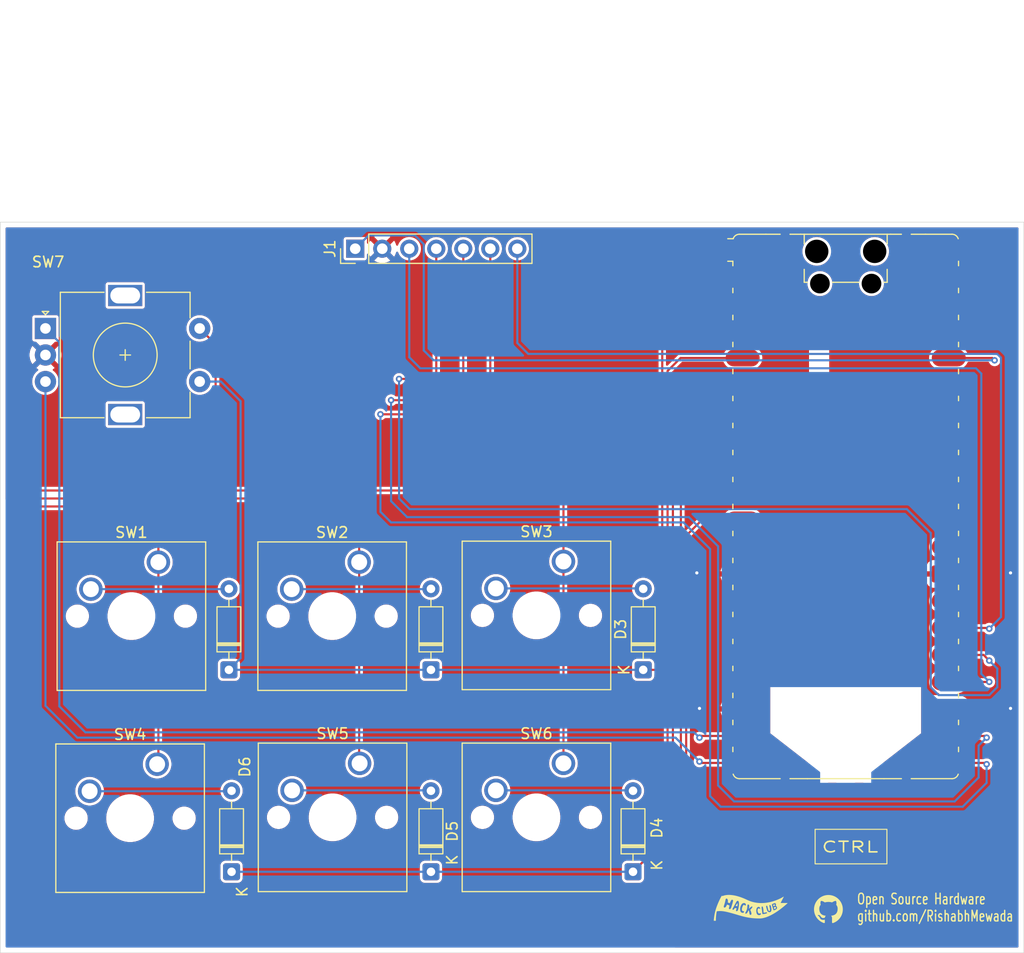
<source format=kicad_pcb>
(kicad_pcb (version 20241229) (generator "pcbnew") (generator_version "9.0")
  (layers (0 "F.Cu" signal) (2 "B.Cu" signal) (13 "F.Paste" user) (15 "B.Paste" user) (5 "F.SilkS" user "F.Silkscreen") (7 "B.SilkS" user "B.Silkscreen") (1 "F.Mask" user) (3 "B.Mask" user) (25 "Edge.Cuts" user))
  (net 0 "")
  (net 5 "RE-2")
  (net 7 "COL2")
  (net 8 "GND")
  (net 9 "COL1")
  (net 10 "TFT_CS")
  (net 13 "3V3")
  (net 16 "ROW2")
  (net 21 "TFT_SCK")
  (net 23 "TFT_MOSI")
  (net 30 "TFT_RST")
  (net 31 "ROW1")
  (net 32 "COL3")
  (net 33 "RE-1")
  (net 34 "TFT_DC")
  (net 35 "Net-(D1-A)")
  (net 36 "Net-(D2-A)")
  (net 37 "Net-(D3-A)")
  (net 38 "Net-(D4-A)")
  (net 39 "Net-(D5-A)")
  (net 40 "Net-(D6-A)")
  (footprint "Rotary_Encoder:RotaryEncoder_Alps_EC11E-Switch_Vertical_H20mm" (layer "F.Cu") (at 115.25 64.5)
    (property "Reference" "SW7")
    (property "Value" "RotaryEncoder_Switch")
  )
  (footprint "Button_Switch_Keyboard:SW_Cherry_MX_1.00u_PCB" (layer "F.Cu") (at 163.96 86.42)
    (property "Reference" "SW3")
    (property "Value" "SW_Push")
  )
  (footprint "Button_Switch_Keyboard:SW_Cherry_MX_1.00u_PCB" (layer "F.Cu") (at 144.79 105.42)
    (property "Reference" "SW5")
    (property "Value" "SW_Push")
  )
  (footprint "Diode_THT:D_DO-35_SOD27_P7.62mm_Horizontal" (layer "F.Cu") (at 151.5 96.62 90)
    (property "Reference" "D2" (hide yes))
    (property "Value" "DSB5712" (hide yes))
  )
  (footprint "Button_Switch_Keyboard:SW_Cherry_MX_1.00u_PCB" (layer "F.Cu") (at 125.75 105.5)
    (property "Reference" "SW4")
    (property "Value" "SW_Push")
  )
  (footprint "Diode_THT:D_DO-35_SOD27_P7.62mm_Horizontal" (layer "F.Cu") (at 132.5 96.62 90)
    (property "Reference" "D1" (hide yes))
    (property "Value" "DSB5712" (hide yes))
  )
  (footprint "Connector_PinHeader_2.54mm:PinHeader_1x07_P2.54mm_Vertical" (layer "F.Cu") (at 144.38 57 90)
    (property "Reference" "J1")
    (property "Value" "Conn_01x07")
  )
  (footprint "Diode_THT:D_DO-35_SOD27_P7.62mm_Horizontal" (layer "F.Cu") (at 171.46 96.62 90)
    (property "Reference" "D3")
    (property "Value" "DSB5712" (hide yes))
  )
  (footprint "Diode_THT:D_DO-35_SOD27_P7.62mm_Horizontal" (layer "F.Cu") (at 151.5 115.62 90)
    (property "Reference" "D5")
    (property "Value" "DSB5712" (hide yes))
  )
  (footprint "Module:RaspberryPi_Pico_Common_SMD" (layer "F.Cu") (at 190.5 81.25)
    (property "Reference" "A1" (hide yes))
    (property "Value" "RaspberryPi_Pico")
  )
  (footprint "Button_Switch_Keyboard:SW_Cherry_MX_1.00u_PCB" (layer "F.Cu") (at 163.96 105.42)
    (property "Reference" "SW6")
    (property "Value" "SW_Push")
  )
  (footprint "Diode_THT:D_DO-35_SOD27_P7.62mm_Horizontal" (layer "F.Cu") (at 132.75 115.62 90)
    (property "Reference" "D6")
    (property "Value" "DSB5712" (hide yes))
  )
  (footprint "Button_Switch_Keyboard:SW_Cherry_MX_1.00u_PCB" (layer "F.Cu") (at 125.87 86.49)
    (property "Reference" "SW1")
    (property "Value" "SW_Push")
  )
  (footprint "Button_Switch_Keyboard:SW_Cherry_MX_1.00u_PCB" (layer "F.Cu") (at 144.75 86.49)
    (property "Reference" "SW2")
    (property "Value" "SW_Push")
  )
  (footprint "Diode_THT:D_DO-35_SOD27_P7.62mm_Horizontal" (layer "F.Cu") (at 170.5 115.62 90)
    (property "Reference" "D4")
    (property "Value" "DSB5712" (hide yes))
  )
  (gr_poly (pts (xy 179.590883 117.79695) (xy 179.74188 117.806487) (xy 179.90791 117.826865) (xy 179.996656 117.841622) (xy 180.089273 117.859692) (xy 180.185798 117.881276) (xy 180.286269 117.906575) (xy 180.390723 117.93579) (xy 180.499197 117.969122) (xy 180.611729 118.006772) (xy 180.728357 118.04894) (xy 180.849117 118.095828) (xy 180.974048 118.147636) (xy 181.103187 118.204566) (xy 181.236571 118.266818) (xy 181.382865 118.33228) (xy 181.528997 118.388653) (xy 181.674727 118.436362) (xy 181.819818 118.475833) (xy 181.96403 118.507492) (xy 182.107125 118.531763) (xy 182.248865 118.549074) (xy 182.389009 118.559849) (xy 182.52732 118.564514) (xy 182.663559 118.563495) (xy 182.797487 118.557217) (xy 182.928865 118.546106) (xy 183.057455 118.530587) (xy 183.183018 118.511087) (xy 183.305315 118.48803) (xy 183.424107 118.461843) (xy 183.650222 118.401779) (xy 183.859454 118.3343) (xy 184.049893 118.26281) (xy 184.219629 118.190716) (xy 184.366751 118.12142) (xy 184.48935 118.05833) (xy 184.653339 117.964382) (xy 184.654236 117.963898) (xy 184.655165 117.963531) (xy 184.656121 117.963275) (xy 184.6571 117.963127) (xy 184.658095 117.963081) (xy 184.659103 117.963133) (xy 184.660118 117.963278) (xy 184.661136 117.963512) (xy 184.662151 117.963828) (xy 184.663158 117.964224) (xy 184.664153 117.964694) (xy 184.66513 117.965233) (xy 184.666085 117.965836) (xy 184.667013 117.9665) (xy 184.667908 117.967219) (xy 184.668767 117.967988) (xy 184.669582 117.968803) (xy 184.670351 117.969659) (xy 184.671068 117.970551) (xy 184.671727 117.971474) (xy 184.672325 117.972425) (xy 184.672856 117.973397) (xy 184.673314 117.974387) (xy 184.673696 117.97539) (xy 184.673996 117.9764) (xy 184.674209 117.977413) (xy 184.674331 117.978425) (xy 184.674356 117.979431) (xy 184.674279 117.980425) (xy 184.674096 117.981404) (xy 184.673801 117.982363) (xy 184.673389 117.983296) (xy 184.389195 118.536492) (xy 184.388806 118.537313) (xy 184.388477 118.538143) (xy 184.388208 118.538977) (xy 184.387998 118.539815) (xy 184.387845 118.540653) (xy 184.387747 118.541491) (xy 184.387705 118.542325) (xy 184.387715 118.543154) (xy 184.387778 118.543975) (xy 184.387891 118.544786) (xy 184.388054 118.545584) (xy 184.388265 118.546369) (xy 184.388523 118.547137) (xy 184.388826 118.547887) (xy 184.389174 118.548616) (xy 184.389565 118.549322) (xy 184.389998 118.550002) (xy 184.390472 118.550656) (xy 184.390985 118.55128) (xy 184.391535 118.551872) (xy 184.392123 118.55243) (xy 184.392745 118.552953) (xy 184.393402 118.553437) (xy 184.394092 118.55388) (xy 184.394814 118.554282) (xy 184.395565 118.554638) (xy 184.396346 118.554948) (xy 184.397155 118.555208) (xy 184.39799 118.555417) (xy 184.39885 118.555573) (xy 184.399734 118.555673) (xy 184.400641 118.555715) (xy 184.630246 118.557614) (xy 184.812595 118.557607) (xy 185.020862 118.55587) (xy 185.021969 118.555895) (xy 185.023043 118.555997) (xy 185.024084 118.556173) (xy 185.025089 118.556419) (xy 185.026056 118.556732) (xy 185.026983 118.557108) (xy 185.027869 118.557543) (xy 185.028711 118.558035) (xy 185.029508 118.558579) (xy 185.030257 118.559173) (xy 185.030957 118.559812) (xy 185.031607 118.560493) (xy 185.032203 118.561213) (xy 185.032744 118.561968) (xy 185.033228 118.562754) (xy 185.033654 118.563569) (xy 185.034019 118.564408) (xy 185.034322 118.565268) (xy 185.03456 118.566145) (xy 185.034732 118.567037) (xy 185.034836 118.567939) (xy 185.03487 118.568848) (xy 185.034832 118.56976) (xy 185.03472 118.570673) (xy 185.034533 118.571582) (xy 185.034267 118.572483) (xy 185.033922 118.573374) (xy 185.033496 118.574252) (xy 185.032986 118.575111) (xy 185.032392 118.575949) (xy 185.03171 118.576763) (xy 185.030939 118.577549) (xy 184.906077 118.691794) (xy 184.688345 118.879192) (xy 184.394947 119.112501) (xy 184.22525 119.237859) (xy 184.043087 119.364478) (xy 183.85061 119.488954) (xy 183.649969 119.607882) (xy 183.443315 119.717856) (xy 183.232797 119.81547) (xy 183.020567 119.89732) (xy 182.914482 119.931269) (xy 182.808774 119.96) (xy 182.703714 119.983088) (xy 182.59957 120.000106) (xy 182.496611 120.010629) (xy 182.395105 120.014231) (xy 182.183947 120.011142) (xy 181.984294 120.002204) (xy 181.7952 119.98791) (xy 181.615722 119.968752) (xy 181.444915 119.945224) (xy 181.281836 119.91782) (xy 181.12554 119.887031) (xy 180.975083 119.85335) (xy 180.829521 119.817272) (xy 180.68791 119.779289) (xy 180.412763 119.699578) (xy 180.142089 119.618164) (xy 179.868334 119.538989) (xy 179.765932 119.51136) (xy 181.058984 119.51136) (xy 181.059624 119.519348) (xy 181.061108 119.526786) (xy 181.063405 119.533632) (xy 181.066484 119.539847) (xy 181.070315 119.545392) (xy 181.074866 119.550225) (xy 181.080106 119.554308) (xy 181.086005 119.557601) (xy 181.092532 119.560063) (xy 181.099655 119.561655) (xy 181.107345 119.562337) (xy 181.11557 119.562068) (xy 181.124299 119.56081) (xy 181.133501 119.558522) (xy 181.143146 119.555165) (xy 181.153203 119.550697) (xy 181.16364 119.545081) (xy 181.174427 119.538275) (xy 181.185534 119.53024) (xy 181.196928 119.520936) (xy 181.20858 119.510323) (xy 181.220458 119.498362) (xy 181.232532 119.485012) (xy 181.244771 119.470233) (xy 181.257143 119.453986) (xy 181.269618 119.43623) (xy 181.275712 119.426972) (xy 181.281826 119.416336) (xy 181.287903 119.404594) (xy 181.293886 119.392019) (xy 181.299718 119.378883) (xy 181.305342 119.36546) (xy 181.315738 119.338839) (xy 181.324618 119.314339) (xy 181.331525 119.294139) (xy 181.337598 119.275362) (xy 181.395683 119.268825) (xy 181.422515 119.392446) (xy 181.443426 119.497618) (xy 181.452072 119.546648) (xy 181.458108 119.587823) (xy 181.459712 119.596356) (xy 181.462143 119.60462) (xy 181.465346 119.612581) (xy 181.469262 119.620201) (xy 181.473834 119.627446) (xy 181.479006 119.63428) (xy 181.48472 119.640668) (xy 181.490918 119.646574) (xy 181.497545 119.651963) (xy 181.504542 119.656799) (xy 181.511852 119.661047) (xy 181.519419 119.664671) (xy 181.527185 119.667635) (xy 181.535092 119.669905) (xy 181.543085 119.671444) (xy 181.551104 119.672218) (xy 181.559095 119.67219) (xy 181.566998 119.671326) (xy 181.574758 119.669589) (xy 181.582316 119.666944) (xy 181.589616 119.663356) (xy 181.596601 119.658789) (xy 181.603213 119.653207) (xy 181.609395 119.646576) (xy 181.615091 119.638859) (xy 181.620242 119.630022) (xy 181.624792 119.620028) (xy 181.628683 119.608842) (xy 181.631859 119.596428) (xy 181.634262 119.582752) (xy 181.635835 119.567777) (xy 181.636521 119.551469) (xy 181.633586 119.527151) (xy 181.629131 119.500773) (xy 181.623118 119.472327) (xy 181.615509 119.441802) (xy 181.606264 119.409189) (xy 181.595346 119.374477) (xy 181.582715 119.337657) (xy 181.568334 119.298719) (xy 181.564411 119.288086) (xy 182.090861 119.288086) (xy 182.09117 119.319726) (xy 182.092257 119.343527) (xy 182.093914 119.366674) (xy 182.096137 119.389155) (xy 182.098923 119.410957) (xy 182.102266 119.432068) (xy 182.106164 119.452476) (xy 182.110611 119.472168) (xy 182.115604 119.491131) (xy 182.121138 119.509354) (xy 182.127209 119.526823) (xy 182.133814 119.543527) (xy 182.140948 119.559453) (xy 182.148606 119.574589) (xy 182.156786 119.588921) (xy 182.165482 119.602439) (xy 182.17469 119.615128) (xy 182.184407 119.626978) (xy 182.194628 119.637975) (xy 182.205349 119.648107) (xy 182.216565 119.657362) (xy 182.228274 119.665727) (xy 182.24047 119.67319) (xy 182.253149 119.679738) (xy 182.266308 119.685359) (xy 182.279942 119.690041) (xy 182.294047 119.693771) (xy 182.308619 119.696536) (xy 182.323653 119.698325) (xy 182.339146 119.699125) (xy 182.355094 119.698923) (xy 182.371491 119.697707) (xy 182.388335 119.695465) (xy 182.40475 119.692413) (xy 182.419892 119.688805) (xy 182.433809 119.684684) (xy 182.446546 119.680092) (xy 182.458149 119.67507) (xy 182.468664 119.669661) (xy 182.478137 119.663906) (xy 182.486614 119.657848) (xy 182.494141 119.651527) (xy 182.500763 119.644987) (xy 182.506528 119.638269) (xy 182.51148 119.631415) (xy 182.515666 119.624466) (xy 182.519132 119.617465) (xy 182.521923 119.610454) (xy 182.524086 119.603475) (xy 182.525667 119.596569) (xy 182.526711 119.589779) (xy 182.527264 119.583146) (xy 182.527373 119.576712) (xy 182.527083 119.57052) (xy 182.526441 119.56461) (xy 182.525492 119.559026) (xy 182.524282 119.553808) (xy 182.522857 119.548999) (xy 182.521264 119.544641) (xy 182.519547 119.540776) (xy 182.517754 119.537445) (xy 182.51593 119.534691) (xy 182.514121 119.532556) (xy 182.512372 119.53108) (xy 182.510731 119.530307) (xy 182.508314 119.529528) (xy 182.506013 119.528551) (xy 182.501284 119.526325) (xy 182.498618 119.525239) (xy 182.495592 119.524278) (xy 182.492086 119.523526) (xy 182.487982 119.523061) (xy 182.483161 119.522967) (xy 182.477503 119.523323) (xy 182.470889 119.524212) (xy 182.463201 119.525714) (xy 182.454318 119.527911) (xy 182.444123 119.530883) (xy 182.432495 119.534712) (xy 182.419315 119.53948) (xy 182.412369 119.541931) (xy 182.40553 119.544023) (xy 182.398795 119.54575) (xy 182.392163 119.547109) (xy 182.385633 119.548097) (xy 182.379202 119.54871) (xy 182.372869 119.548943) (xy 182.366633 119.548794) (xy 182.360491 119.548258) (xy 182.354442 119.547331) (xy 182.348484 119.546011) (xy 182.342615 119.544292) (xy 182.336834 119.542172) (xy 182.331139 119.539646) (xy 182.325529 119.536711) (xy 182.320001 119.533363) (xy 182.314554 119.529598) (xy 182.309186 119.525412) (xy 182.303896 119.520802) (xy 182.298681 119.515765) (xy 182.29354 119.510295) (xy 182.288472 119.504389) (xy 182.283474 119.498045) (xy 182.278546 119.491257) (xy 182.273684 119.484022) (xy 182.268888 119.476336) (xy 182.259486 119.459597) (xy 182.250326 119.441011) (xy 182.241393 119.420546) (xy 182.235745 119.405236) (xy 182.230517 119.388422) (xy 182.225795 119.370308) (xy 182.221665 119.351098) (xy 182.218212 119.330996) (xy 182.215524 119.310206) (xy 182.213686 119.288931) (xy 182.212784 119.267375) (xy 182.212905 119.245743) (xy 182.214134 119.224237) (xy 182.216558 119.203061) (xy 182.220263 119.18242) (xy 182.225334 119.162517) (xy 182.231859 119.143555) (xy 182.235692 119.134491) (xy 182.239922 119.12574) (xy 182.244557 119.117325) (xy 182.24961 119.109273) (xy 182.25118 119.106998) (xy 182.252744 119.104826) (xy 182.2543 119.102753) (xy 182.255847 119.100777) (xy 182.257385 119.098894) (xy 182.258912 119.097101) (xy 182.261926 119.093776) (xy 182.264882 119.090778) (xy 182.267769 119.088081) (xy 182.270577 119.085664) (xy 182.273297 119.083501) (xy 182.275918 119.081569) (xy 182.278431 119.079844) (xy 182.280826 119.078303) (xy 182.283094 119.07692) (xy 182.290693 119.072506) (xy 182.29384 119.070703) (xy 182.296986 119.069127) (xy 182.300126 119.067767) (xy 182.303256 119.066613) (xy 182.306368 119.065655) (xy 182.309459 119.064883) (xy 182.312522 119.064287) (xy 182.315553 119.063856) (xy 182.318545 119.063581) (xy 182.321494 119.063452) (xy 182.324395 119.063458) (xy 182.327241 119.063589) (xy 182.330027 119.063836) (xy 182.332749 119.064188) (xy 182.3354 119.064636) (xy 182.337976 119.065169) (xy 182.340471 119.065776) (xy 182.342879 119.066449) (xy 182.347414 119.067949) (xy 182.35154 119.069588) (xy 182.355212 119.071286) (xy 182.358389 119.072962) (xy 182.361026 119.074536) (xy 182.363082 119.075926) (xy 182.364513 119.077053) (xy 182.373105 119.083016) (xy 182.381259 119.088167) (xy 182.388978 119.092532) (xy 182.396267 119.09614) (xy 182.403131 119.099019) (xy 182.409573 119.101196) (xy 182.415598 119.1027) (xy 182.42121 119.103558) (xy 182.426414 119.103797) (xy 182.431214 119.103446) (xy 182.435614 119.102533) (xy 182.439619 119.101085) (xy 182.443232 119.09913) (xy 182.446459 119.096696) (xy 182.449303 119.093811) (xy 182.451769 119.090502) (xy 182.453861 119.086798) (xy 182.455584 119.082725) (xy 182.456941 119.078313) (xy 182.457938 119.073589) (xy 182.458578 119.06858) (xy 182.458865 119.063314) (xy 182.458805 119.05782) (xy 182.458401 119.052125) (xy 182.457658 119.046256) (xy 182.45658 119.040243) (xy 182.455171 119.034111) (xy 182.453436 119.02789) (xy 182.451379 119.021607) (xy 182.449004 119.01529) (xy 182.446316 119.008967) (xy 182.443319 119.002665) (xy 182.436244 118.993062) (xy 182.42901 118.984018) (xy 182.422536 118.976594) (xy 182.593542 118.976594) (xy 182.594065 118.995646) (xy 182.595248 119.016063) (xy 182.599296 119.060352) (xy 182.6051 119.108184) (xy 182.61207 119.158282) (xy 182.627155 119.260176) (xy 182.634094 119.309418) (xy 182.639844 119.355822) (xy 182.653475 119.484554) (xy 182.656147 119.507346) (xy 182.659103 119.529297) (xy 182.662633 119.551865) (xy 182.667026 119.576506) (xy 182.669233 119.582543) (xy 182.673308 119.587607) (xy 182.679127 119.591749) (xy 182.686563 119.595019) (xy 182.695492 119.597467) (xy 182.705787 119.599143) (xy 182.717324 119.600098) (xy 182.729976 119.600381) (xy 182.758126 119.599136) (xy 182.789232 119.595809) (xy 182.822292 119.590801) (xy 182.856301 119.584514) (xy 182.923148 119.569713) (xy 182.981742 119.554618) (xy 183.024051 119.542444) (xy 183.042042 119.536405) (xy 183.043978 119.535454) (xy 183.046578 119.534467) (xy 183.05343 119.532151) (xy 183.057512 119.530704) (xy 183.061918 119.528986) (xy 183.066563 119.526938) (xy 183.071362 119.524501) (xy 183.07623 119.521617) (xy 183.078663 119.519988) (xy 183.081082 119.518226) (xy 183.083475 119.516322) (xy 183.085832 119.51427) (xy 183.088143 119.512062) (xy 183.090396 119.50969) (xy 183.092582 119.507148) (xy 183.094689 119.504427) (xy 183.096707 119.501521) (xy 183.098625 119.498423) (xy 183.100433 119.495124) (xy 183.102119 119.491618) (xy 183.103675 119.487897) (xy 183.105088 119.483953) (xy 183.106465 119.480047) (xy 183.107305 119.476281) (xy 183.107633 119.472657) (xy 183.107473 119.469178) (xy 183.106848 119.465844) (xy 183.105783 119.462657) (xy 183.104302 119.45962) (xy 183.102428 119.456733) (xy 183.100187 119.453999) (xy 183.097601 119.451419) (xy 183.094696 119.448995) (xy 183.091494 119.446728) (xy 183.088021 119.444621) (xy 183.084299 119.442674) (xy 183.076209 119.43927) (xy 183.067416 119.436531) (xy 183.058113 119.434469) (xy 183.048492 119.433098) (xy 183.038746 119.432431) (xy 183.029067 119.432483) (xy 183.019647 119.433266) (xy 183.010679 119.434795) (xy 183.002355 119.437083) (xy 182.981617 119.443251) (xy 182.953112 119.450434) (xy 182.919761 119.457675) (xy 182.902183 119.461019) (xy 182.884489 119.464019) (xy 182.867045 119.466557) (xy 182.850216 119.468511) (xy 182.834369 119.469764) (xy 182.819867 119.470196) (xy 182.807077 119.469686) (xy 182.801437 119.469041) (xy 182.796363 119.468117) (xy 182.791899 119.466897) (xy 182.788091 119.465367) (xy 182.784985 119.463513) (xy 182.782627 119.461319) (xy 182.779043 119.453772) (xy 182.776085 119.440978) (xy 182.773625 119.423491) (xy 182.771536 119.401869) (xy 182.764336 119.285129) (xy 182.759644 119.21639) (xy 182.752865 119.146666) (xy 182.748373 119.112823) (xy 182.742977 119.080402) (xy 182.736548 119.049956) (xy 182.72896 119.022043) (xy 182.727361 119.012634) (xy 182.72568 119.003597) (xy 182.723921 118.994927) (xy 182.722088 118.986621) (xy 182.720183 118.978672) (xy 182.718209 118.971076) (xy 182.716171 118.963827) (xy 182.71407 118.956921) (xy 182.71191 118.950351) (xy 182.709694 118.944114) (xy 182.707425 118.938204) (xy 182.705107 118.932615) (xy 182.702743 118.927343) (xy 182.700335 118.922383) (xy 182.697887 118.917729) (xy 182.695403 118.913377) (xy 182.692884 118.909321) (xy 182.690335 118.905556) (xy 182.687759 118.902077) (xy 182.685158 118.898879) (xy 182.682536 118.895957) (xy 182.679897 118.893305) (xy 182.677242 118.890919) (xy 182.674575 118.888794) (xy 182.671901 118.886924) (xy 182.66922 118.885304) (xy 182.666538 118.883929) (xy 182.663856 118.882794) (xy 182.661179 118.881895) (xy 182.658509 118.881225) (xy 182.655849 118.880779) (xy 182.653203 118.880553) (xy 182.653203 118.880554) (xy 182.650224 118.880557) (xy 182.647271 118.880828) (xy 182.644349 118.881359) (xy 182.641463 118.882144) (xy 182.638616 118.883174) (xy 182.635813 118.884442) (xy 182.633059 118.885941) (xy 182.630359 118.887663) (xy 182.627717 118.889601) (xy 182.625138 118.891747) (xy 182.620185 118.896634) (xy 182.615539 118.902266) (xy 182.611235 118.908582) (xy 182.607311 118.915522) (xy 182.603803 118.923028) (xy 182.600747 118.93104) (xy 182.59818 118.939497) (xy 182.59614 118.948341) (xy 182.594662 118.957511) (xy 182.593784 118.966949) (xy 182.593542 118.976594) (xy 182.422536 118.976594) (xy 182.421618 118.975542) (xy 182.41407 118.96764) (xy 182.40637 118.960319) (xy 182.398517 118.953587) (xy 182.390515 118.947451) (xy 182.382365 118.941917) (xy 182.37407 118.936994) (xy 182.36563 118.932688) (xy 182.357049 118.929006) (xy 182.348328 118.925956) (xy 182.33947 118.923545) (xy 182.330475 118.921779) (xy 182.321347 118.920667) (xy 182.312087 118.920215) (xy 182.304795 118.920325) (xy 182.297425 118.920842) (xy 182.289978 118.92177) (xy 182.282456 118.923111) (xy 182.274859 118.92487) (xy 182.267189 118.92705) (xy 182.259445 118.929654) (xy 182.251629 118.932685) (xy 182.243742 118.936147) (xy 182.235785 118.940043) (xy 182.227758 118.944376) (xy 182.219663 118.94915) (xy 182.2115 118.954368) (xy 182.203271 118.960033) (xy 182.194976 118.966149) (xy 182.186616 118.972718) (xy 182.175408 118.984723) (xy 182.164761 118.997984) (xy 182.154705 119.012507) (xy 182.145269 119.028301) (xy 182.136484 119.045373) (xy 182.128378 119.063731) (xy 182.120981 119.083383) (xy 182.114322 119.104336) (xy 182.108431 119.126598) (xy 182.103337 119.150176) (xy 182.099071 119.175079) (xy 182.09566 119.201314) (xy 182.093135 119.228888) (xy 182.091526 119.25781) (xy 182.090861 119.288086) (xy 181.564411 119.288086) (xy 181.563773 119.286355) (xy 181.558555 119.273467) (xy 181.551809 119.258392) (xy 181.547963 119.25057) (xy 181.543856 119.242842) (xy 181.539528 119.235423) (xy 181.53502 119.228528) (xy 181.530371 119.222369) (xy 181.528007 119.219633) (xy 181.525622 119.217162) (xy 181.523223 119.214981) (xy 181.520814 119.213119) (xy 181.518399 119.211602) (xy 181.515985 119.210456) (xy 181.544771 119.181001) (xy 181.574643 119.149325) (xy 181.609404 119.110919) (xy 181.64498 119.069212) (xy 181.661801 119.048192) (xy 181.677299 119.027631) (xy 181.690964 119.007959) (xy 181.702286 118.989604) (xy 181.710758 118.972995) (xy 181.713766 118.965478) (xy 181.71587 118.958559) (xy 181.718668 118.945028) (xy 181.720176 118.932241) (xy 181.720307 118.920419) (xy 181.71983 118.914937) (xy 181.718977 118.909778) (xy 181.717738 118.90497) (xy 181.716102 118.900538) (xy 181.714058 118.896512) (xy 181.711596 118.892918) (xy 181.708705 118.889783) (xy 181.705374 118.887135) (xy 181.701593 118.885002) (xy 181.697351 118.883409) (xy 181.692638 118.882385) (xy 181.687443 118.881958) (xy 181.681755 118.882154) (xy 181.675564 118.883) (xy 181.668859 118.884525) (xy 181.66163 118.886754) (xy 181.653866 118.889717) (xy 181.645555 118.893439) (xy 181.636689 118.897949) (xy 181.627255 118.903273) (xy 181.617244 118.90944) (xy 181.606645 118.916475) (xy 181.595447 118.924407) (xy 181.583639 118.933263) (xy 181.571212 118.943071) (xy 181.558153 118.953856) (xy 181.545144 118.964904) (xy 181.532853 118.975479) (xy 181.521261 118.985591) (xy 181.510347 118.995247) (xy 181.500093 119.004456) (xy 181.490477 119.013225) (xy 181.481479 119.021561) (xy 181.473081 119.029474) (xy 181.46526 119.036971) (xy 181.457998 119.044059) (xy 181.451275 119.050748) (xy 181.445069 119.057044) (xy 181.439362 119.062956) (xy 181.434133 119.068491) (xy 181.429362 119.073658) (xy 181.42503 119.078464) (xy 181.417598 119.087026) (xy 181.411678 119.094241) (xy 181.407109 119.100172) (xy 181.40373 119.104883) (xy 181.401382 119.108436) (xy 181.399903 119.110896) (xy 181.398913 119.112787) (xy 181.404161 119.08728) (xy 181.409469 119.05871) (xy 181.415453 119.022542) (xy 181.421278 118.980986) (xy 181.42611 118.936251) (xy 181.427892 118.913382) (xy 181.429113 118.890548) (xy 181.429465 118.876287) (xy 183.016912 118.876287) (xy 183.016955 118.882647) (xy 183.017444 118.889183) (xy 183.020977 118.915625) (xy 183.026068 118.943265) (xy 183.033085 118.974019) (xy 183.042399 119.009803) (xy 183.06939 119.104121) (xy 183.109997 119.241539) (xy 183.116635 119.260409) (xy 183.123945 119.277943) (xy 183.131872 119.29419) (xy 183.140363 119.309195) (xy 183.149365 119.323006) (xy 183.158824 119.335672) (xy 183.168687 119.347238) (xy 183.178901 119.357752) (xy 183.189412 119.367263) (xy 183.200168 119.375816) (xy 183.211114 119.383459) (xy 183.222197 119.39024) (xy 183.233364 119.396206) (xy 183.244562 119.401405) (xy 183.255738 119.405882) (xy 183.266837 119.409687) (xy 183.277807 119.412866) (xy 183.288594 119.415466) (xy 183.309406 119.419121) (xy 183.328847 119.421029) (xy 183.34649 119.42157) (xy 183.361909 119.421121) (xy 183.374676 119.420062) (xy 183.390548 119.417627) (xy 183.398604 119.415471) (xy 183.40626 119.41295) (xy 183.41353 119.41008) (xy 183.420425 119.406875) (xy 183.42696 119.40335) (xy 183.433145 119.399522) (xy 183.438995 119.395404) (xy 183.444521 119.391012) (xy 183.449737 119.386361) (xy 183.454655 119.381467) (xy 183.459289 119.376344) (xy 183.46365 119.371008) (xy 183.471606 119.359756) (xy 183.478626 119.347832) (xy 183.484812 119.335358) (xy 183.490266 119.322454) (xy 183.495088 119.309243) (xy 183.499382 119.295844) (xy 183.50679 119.268971) (xy 183.513305 119.242805) (xy 183.516023 119.227955) (xy 183.517575 119.210373) (xy 183.518043 119.190362) (xy 183.517505 119.168224) (xy 183.516042 119.144259) (xy 183.513734 119.11877) (xy 183.506901 119.064424) (xy 183.497646 119.007598) (xy 183.486606 118.950705) (xy 183.474422 118.896158) (xy 183.461732 118.84637) (xy 183.457269 118.834926) (xy 183.452492 118.824131) (xy 183.447432 118.813998) (xy 183.442122 118.804538) (xy 183.436593 118.795765) (xy 183.433757 118.79164) (xy 183.430877 118.787691) (xy 183.427959 118.783921) (xy 183.425005 118.78033) (xy 183.422021 118.77692) (xy 183.419009 118.773694) (xy 183.415974 118.770651) (xy 183.412921 118.767795) (xy 183.409852 118.765126) (xy 183.406771 118.762647) (xy 183.403684 118.760359) (xy 183.400593 118.758262) (xy 183.397502 118.75636) (xy 183.394417 118.754654) (xy 183.391339 118.753145) (xy 183.388274 118.751834) (xy 183.385226 118.750724) (xy 183.382198 118.749816) (xy 183.379194 118.749112) (xy 183.376219 118.748612) (xy 183.373276 118.74832) (xy 183.370369 118.748236) (xy 183.365928 118.748523) (xy 183.361599 118.749325) (xy 183.357397 118.750646) (xy 183.353337 118.752494) (xy 183.349433 118.754873) (xy 183.345701 118.757791) (xy 183.342155 118.761252) (xy 183.33881 118.765264) (xy 183.335681 118.769831) (xy 183.332782 118.77496) (xy 183.33013 118.780658) (xy 183.327737 118.786929) (xy 183.32562 118.793779) (xy 183.323793 118.801216) (xy 183.322271 118.809244) (xy 183.321069 118.81787) (xy 183.321113 118.82407) (xy 183.321537 118.830552) (xy 183.322314 118.837318) (xy 183.323414 118.844371) (xy 183.326467 118.859348) (xy 183.330467 118.875504) (xy 183.340386 118.911428) (xy 183.345844 118.931238) (xy 183.351326 118.952306) (xy 183.359018 118.998778) (xy 183.366325 119.046633) (xy 183.372541 119.094465) (xy 183.375019 119.117932) (xy 183.37696 119.140866) (xy 183.378274 119.16309) (xy 183.378875 119.184429) (xy 183.378673 119.204706) (xy 183.377581 119.223746) (xy 183.375509 119.241373) (xy 183.372371 119.257411) (xy 183.368077 119.271685) (xy 183.365469 119.278104) (xy 183.362539 119.284017) (xy 183.359829 119.287616) (xy 183.356945 119.290937) (xy 183.353901 119.293983) (xy 183.350707 119.296757) (xy 183.347374 119.299259) (xy 183.343915 119.301494) (xy 183.340339 119.303461) (xy 183.336659 119.305165) (xy 183.332885 119.306607) (xy 183.32903 119.30779) (xy 183.325104 119.308715) (xy 183.321119 119.309384) (xy 183.317086 119.309801) (xy 183.313017 119.309967) (xy 183.308922 119.309885) (xy 183.304813 119.309556) (xy 183.300702 119.308983) (xy 183.296599 119.308168) (xy 183.292517 119.307113) (xy 183.288466 119.305821) (xy 183.284457 119.304294) (xy 183.280503 119.302533) (xy 183.276614 119.300542) (xy 183.272801 119.298322) (xy 183.269077 119.295876) (xy 183.265452 119.293205) (xy 183.261938 119.290312) (xy 183.258545 119.2872) (xy 183.255286 119.28387) (xy 183.252172 119.280325) (xy 183.249214 119.276566) (xy 183.246423 119.272597) (xy 183.236736 119.250823) (xy 183.22739 119.226087) (xy 183.21837 119.198892) (xy 183.209662 119.169744) (xy 183.193124 119.107604) (xy 183.177657 119.043704) (xy 183.163147 118.98208) (xy 183.149475 118.926769) (xy 183.142917 118.902741) (xy 183.136526 118.881805) (xy 183.130285 118.864466) (xy 183.124182 118.851227) (xy 183.120122 118.844465) (xy 183.115909 118.838383) (xy 183.111563 118.832965) (xy 183.107104 118.828193) (xy 183.102551 118.824052) (xy 183.097924 118.820524) (xy 183.093245 118.817593) (xy 183.088532 118.815242) (xy 183.083806 118.813453) (xy 183.079087 118.812211) (xy 183.074394 118.811499) (xy 183.069748 118.811299) (xy 183.065168 118.811596) (xy 183.060676 118.812371) (xy 183.05629 118.813609) (xy 183.052031 118.815293) (xy 183.047918 118.817406) (xy 183.043973 118.819931) (xy 183.040214 118.822852) (xy 183.036662 118.826151) (xy 183.033336 118.829813) (xy 183.030258 118.833819) (xy 183.027446 118.838154) (xy 183.024921 118.842801) (xy 183.022702 118.847742) (xy 183.020811 118.852962) (xy 183.019266 118.858443) (xy 183.018088 118.864169) (xy 183.017297 118.870123) (xy 183.016912 118.876287) (xy 181.429465 118.876287) (xy 181.429668 118.868023) (xy 181.429453 118.846085) (xy 181.430048 118.838295) (xy 181.430243 118.830606) (xy 181.430055 118.823028) (xy 181.429497 118.815571) (xy 181.428585 118.808244) (xy 181.427334 118.801057) (xy 181.425757 118.794021) (xy 181.423871 118.787144) (xy 181.421689 118.780437) (xy 181.419227 118.773908) (xy 181.4165 118.767569) (xy 181.413522 118.761428) (xy 181.410308 118.755496) (xy 181.406872 118.749781) (xy 181.403231 118.744295) (xy 181.399398 118.739046) (xy 181.395389 118.734044) (xy 181.391218 118.7293) (xy 181.3869 118.724822) (xy 181.384424 118.722485) (xy 183.559268 118.722485) (xy 183.559324 118.72519) (xy 183.559763 118.730513) (xy 183.560521 118.735728) (xy 183.561461 118.740847) (xy 183.563328 118.750846) (xy 183.631095 118.972658) (xy 183.678045 119.132847) (xy 183.693773 119.191116) (xy 183.698324 119.210525) (xy 183.700141 119.221825) (xy 183.700536 119.223519) (xy 183.701239 119.225106) (xy 183.702239 119.226586) (xy 183.703527 119.227959) (xy 183.705091 119.229226) (xy 183.706921 119.230388) (xy 183.711336 119.232398) (xy 183.716689 119.233993) (xy 183.722893 119.235179) (xy 183.729866 119.23596) (xy 183.737521 119.23634) (xy 183.745776 119.236325) (xy 183.754544 119.23592) (xy 183.763741 119.235128) (xy 183.773284 119.233955) (xy 183.783086 119.232406) (xy 183.793064 119.230484) (xy 183.803134 119.228196) (xy 183.813209 119.225545) (xy 183.842176 119.215248) (xy 183.869382 119.204228) (xy 183.894791 119.192524) (xy 183.906809 119.186428) (xy 183.918364 119.180176) (xy 183.929451 119.173773) (xy 183.940066 119.167225) (xy 183.950203 119.160535) (xy 183.959859 119.153709) (xy 183.969028 119.146752) (xy 183.977706 119.139669) (xy 183.985888 119.132465) (xy 183.99357 119.125145) (xy 184.000747 119.117714) (xy 184.007414 119.110177) (xy 184.013568 119.102539) (xy 184.019202 119.094805) (xy 184.024313 119.086979) (xy 184.028897 119.079067) (xy 184.032947 119.071075) (xy 184.03646 119.063006) (xy 184.039431 119.054865) (xy 184.041856 119.046659) (xy 184.04373 119.038391) (xy 184.045047 119.030067) (xy 184.045805 119.021692) (xy 184.045997 119.013271) (xy 184.04562 119.004808) (xy 184.044668 118.996309) (xy 184.041751 118.979539) (xy 184.037979 118.963332) (xy 184.035781 118.955458) (xy 184.033379 118.947748) (xy 184.030778 118.940208) (xy 184.027981 118.932846) (xy 184.02499 118.92567) (xy 184.021811 118.918687) (xy 184.018445 118.911904) (xy 184.014897 118.90533) (xy 184.01117 118.898971) (xy 184.007268 118.892835) (xy 184.003194 118.88693) (xy 183.998951 118.881263) (xy 183.994544 118.875841) (xy 183.989975 118.870673) (xy 183.985248 118.865765) (xy 183.980366 118.861125) (xy 183.975334 118.856761) (xy 183.970154 118.85268) (xy 183.96483 118.848889) (xy 183.959365 118.845396) (xy 183.953764 118.842209) (xy 183.948029 118.839335) (xy 183.942163 118.836782) (xy 183.936171 118.834556) (xy 183.930056 118.832666) (xy 183.923822 118.831119) (xy 183.917471 118.829922) (xy 183.911007 118.829084) (xy 183.91447 118.821807) (xy 183.918283 118.813275) (xy 183.923027 118.801985) (xy 183.928358 118.788311) (xy 183.933933 118.772632) (xy 183.939408 118.755324) (xy 183.942002 118.746177) (xy 183.944442 118.736764) (xy 183.945352 118.731257) (xy 183.94605 118.725704) (xy 183.94654 118.720115) (xy 183.946827 118.7145) (xy 183.946914 118.708868) (xy 183.946806 118.703229) (xy 183.946508 118.697593) (xy 183.946022 118.691969) (xy 183.944507 118.680795) (xy 183.942293 118.669786) (xy 183.939415 118.659018) (xy 183.935905 118.648568) (xy 183.931797 118.638514) (xy 183.927124 118.628933) (xy 183.921918 118.619901) (xy 183.919127 118.615615) (xy 183.916214 118.611496) (xy 183.913185 118.607553) (xy 183.910044 118.603795) (xy 183.906795 118.600233) (xy 183.903441 118.596876) (xy 183.899988 118.593733) (xy 183.896439 118.590814) (xy 183.892798 118.588129) (xy 183.88907 118.585688) (xy 183.885836 118.584561) (xy 183.882573 118.583506) (xy 183.879281 118.582523) (xy 183.875961 118.581612) (xy 183.872611 118.580772) (xy 183.869232 118.580005) (xy 183.862385 118.578685) (xy 183.855417 118.57765) (xy 183.848328 118.576901) (xy 183.841115 118.576437) (xy 183.833777 118.576257) (xy 183.82253 118.576519) (xy 183.810991 118.577418) (xy 183.799153 118.578954) (xy 183.787009 118.581124) (xy 183.774554 118.583928) (xy 183.761782 118.587362) (xy 183.748685 118.591426) (xy 183.735258 118.596119) (xy 183.721495 118.601437) (xy 183.70739 118.607381) (xy 183.692935 118.613948) (xy 183.678126 118.621136) (xy 183.662955 118.628944) (xy 183.647416 118.63737) (xy 183.631504 118.646413) (xy 183.615211 118.656071) (xy 183.608862 118.659755) (xy 183.602991 118.663376) (xy 183.59758 118.666938) (xy 183.592614 118.670441) (xy 183.588073 118.673887) (xy 183.583942 118.677278) (xy 183.580202 118.680614) (xy 183.576837 118.683898) (xy 183.573828 118.68713) (xy 183.571159 118.690313) (xy 183.568813 118.693448) (xy 183.566772 118.696537) (xy 183.565018 118.69958) (xy 183.563535 118.70258) (xy 183.562304 118.705537) (xy 183.56131 118.708454) (xy 183.560534 118.711333) (xy 183.559959 118.714173) (xy 183.559568 118.716978) (xy 183.559343 118.719748) (xy 183.559268 118.722485) (xy 181.384424 118.722485) (xy 181.38245 118.720621) (xy 181.377882 118.716706) (xy 181.373212 118.713087) (xy 181.368455 118.709774) (xy 181.363624 118.706776) (xy 181.358736 118.704103) (xy 181.353804 118.701766) (xy 181.348844 118.699773) (xy 181.34387 118.698134) (xy 181.338898 118.69686) (xy 181.333942 118.69596) (xy 181.329016 118.695443) (xy 181.324137 118.695319) (xy 181.324137 118.69532) (xy 181.319753 118.695557) (xy 181.31543 118.696135) (xy 181.31118 118.697062) (xy 181.307013 118.698343) (xy 181.302941 118.699987) (xy 181.298975 118.702001) (xy 181.297035 118.703149) (xy 181.295125 118.704392) (xy 181.293248 118.705732) (xy 181.291404 118.707168) (xy 181.289595 118.708702) (xy 181.287822 118.710335) (xy 181.286086 118.712067) (xy 181.28439 118.7139) (xy 181.282734 118.715835) (xy 181.281119 118.717872) (xy 181.278021 118.722257) (xy 181.275107 118.727063) (xy 181.272387 118.732297) (xy 181.269874 118.737965) (xy 181.267577 118.744076) (xy 181.260573 118.768857) (xy 181.255466 118.793956) (xy 181.251876 118.819527) (xy 181.249424 118.845723) (xy 181.243418 118.959831) (xy 181.24097 118.991457) (xy 181.237385 119.024631) (xy 181.232284 119.059506) (xy 181.225287 119.096234) (xy 181.216016 119.134972) (xy 181.20409 119.17587) (xy 181.189132 119.219085) (xy 181.170761 119.264768) (xy 181.165529 119.276802) (xy 181.159559 119.289816) (xy 181.145945 119.317921) (xy 181.13101 119.347357) (xy 181.11584 119.376398) (xy 181.074591 119.454084) (xy 181.06952 119.464543) (xy 181.065478 119.47469) (xy 181.062434 119.484485) (xy 181.060358 119.493888) (xy 181.059218 119.50286) (xy 181.058984 119.51136) (xy 179.765932 119.51136) (xy 179.611586 119.469716) (xy 179.384762 119.413088) (xy 179.280837 119.389544) (xy 179.182312 119.369196) (xy 179.088493 119.352055) (xy 178.998685 119.338132) (xy 178.912196 119.327439) (xy 178.828332 119.319988) (xy 178.746397 119.315789) (xy 178.6657 119.314855) (xy 178.585545 119.317196) (xy 178.505239 119.322824) (xy 178.424088 119.331751) (xy 178.341399 119.343988) (xy 178.340501 119.344107) (xy 178.339614 119.344167) (xy 178.338739 119.344168) (xy 178.337877 119.344114) (xy 178.337031 119.344005) (xy 178.336203 119.343843) (xy 178.335393 119.343631) (xy 178.334604 119.34337) (xy 178.333838 119.343062) (xy 178.333095 119.342709) (xy 178.332379 119.342312) (xy 178.33169 119.341875) (xy 178.33103 119.341397) (xy 178.330401 119.340882) (xy 178.329804 119.340331) (xy 178.329242 119.339747) (xy 178.328716 119.339129) (xy 178.328228 119.338482) (xy 178.327779 119.337806) (xy 178.327371 119.337104) (xy 178.327006 119.336376) (xy 178.326686 119.335626) (xy 178.326412 119.334855) (xy 178.326186 119.334064) (xy 178.32601 119.333257) (xy 178.325885 119.332433) (xy 178.325813 119.331596) (xy 178.325796 119.330747) (xy 178.325835 119.329888) (xy 178.325933 119.329021) (xy 178.32609 119.328148) (xy 178.32631 119.32727) (xy 178.447935 118.900164) (xy 179.034888 118.900164) (xy 179.035612 118.916821) (xy 179.037824 118.93155) (xy 179.04142 118.944408) (xy 179.046293 118.955454) (xy 179.052338 118.964748) (xy 179.059448 118.972347) (xy 179.067518 118.978311) (xy 179.076442 118.982698) (xy 179.086114 118.985567) (xy 179.096429 118.986977) (xy 179.10728 118.986986) (xy 179.118562 118.985653) (xy 179.130169 118.983036) (xy 179.141995 118.979195) (xy 179.153934 118.974188) (xy 179.165881 118.968074) (xy 179.177729 118.960911) (xy 179.189373 118.952758) (xy 179.200708 118.943675) (xy 179.211626 118.933718) (xy 179.222023 118.922948) (xy 179.231793 118.911423) (xy 179.240829 118.899202) (xy 179.249026 118.886343) (xy 179.256279 118.872905) (xy 179.287785 118.812541) (xy 179.315523 118.75846) (xy 179.342785 118.704569) (xy 179.568585 118.791127) (xy 179.557171 118.853174) (xy 179.545404 118.913775) (xy 179.531817 118.979023) (xy 179.525968 118.998989) (xy 179.521667 119.017527) (xy 179.518838 119.034658) (xy 179.5174 119.050401) (xy 179.517277 119.064777) (xy 179.51839 119.077806) (xy 179.520661 119.089509) (xy 179.524012 119.099905) (xy 179.528363 119.109015) (xy 179.533638 119.11686) (xy 179.539758 119.123459) (xy 179.546644 119.128832) (xy 179.554218 119.133001) (xy 179.562403 119.135984) (xy 179.571119 119.137803) (xy 179.580289 119.138478) (xy 179.589835 119.138029) (xy 179.599677 119.136476) (xy 179.601562 119.135982) (xy 179.855206 119.135982) (xy 179.855248 119.145398) (xy 179.856218 119.154301) (xy 179.858083 119.162622) (xy 179.860808 119.17029) (xy 179.86436 119.177236) (xy 179.868705 119.183389) (xy 179.87381 119.188679) (xy 179.87964 119.193037) (xy 179.886161 119.196391) (xy 179.893341 119.198671) (xy 179.901144 119.199809) (xy 179.909537 119.199732) (xy 179.918487 119.198372) (xy 179.92796 119.195659) (xy 179.937921 119.191521) (xy 179.948337 119.185889) (xy 179.959174 119.178693) (xy 179.970398 119.169863) (xy 179.981976 119.159328) (xy 179.993874 119.147018) (xy 180.006057 119.132864) (xy 180.018493 119.116794) (xy 180.031147 119.09874) (xy 180.043985 119.078631) (xy 180.056973 119.056396) (xy 180.070079 119.031965) (xy 180.248621 119.051912) (xy 180.232452 119.100207) (xy 180.216173 119.150986) (xy 180.197926 119.210998) (xy 180.193565 119.223526) (xy 180.190273 119.235383) (xy 180.188005 119.246563) (xy 180.186715 119.25706) (xy 180.186357 119.266866) (xy 180.186886 119.275974) (xy 180.188255 119.284377) (xy 180.19042 119.292069) (xy 180.193334 119.299043) (xy 180.196952 119.305291) (xy 180.201228 119.310806) (xy 180.206116 119.315583) (xy 180.211571 119.319613) (xy 180.217547 119.322891) (xy 180.223998 119.325408) (xy 180.230878 119.327158) (xy 180.238143 119.328135) (xy 180.245745 119.32833) (xy 180.25364 119.327738) (xy 180.261781 119.326351) (xy 180.270123 119.324163) (xy 180.278621 119.321166) (xy 180.287228 119.317354) (xy 180.295899 119.31272) (xy 180.304588 119.307256) (xy 180.313249 119.300956) (xy 180.321837 119.293813) (xy 180.330306 119.28582) (xy 180.33861 119.27697) (xy 180.346704 119.267256) (xy 180.354541 119.256671) (xy 180.362077 119.245208) (xy 180.367529 119.233594) (xy 180.375022 119.212048) (xy 180.393681 119.145554) (xy 180.569488 119.145554) (xy 180.570061 119.173717) (xy 180.571814 119.202737) (xy 180.57496 119.232214) (xy 180.579715 119.261745) (xy 180.58629 119.290929) (xy 180.594899 119.319364) (xy 180.605757 119.346649) (xy 180.611472 119.359066) (xy 180.617638 119.37071) (xy 180.62422 119.381607) (xy 180.631182 119.391782) (xy 180.638487 119.401261) (xy 180.646099 119.410069) (xy 180.653983 119.418233) (xy 180.662101 119.425776) (xy 180.670418 119.432726) (xy 180.678897 119.439106) (xy 180.687503 119.444944) (xy 180.696199 119.450263) (xy 180.704949 119.455091) (xy 180.713717 119.459452) (xy 180.722467 119.463371) (xy 180.731163 119.466875) (xy 180.748246 119.472738) (xy 180.764678 119.477244) (xy 180.780169 119.480597) (xy 180.79443 119.483001) (xy 180.818106 119.485779) (xy 180.833391 119.487209) (xy 180.847846 119.482507) (xy 180.86108 119.477491) (xy 180.873138 119.47219) (xy 180.884065 119.466633) (xy 180.893904 119.460851) (xy 180.902702 119.454873) (xy 180.910501 119.448729) (xy 180.917348 119.442449) (xy 180.923286 119.436063) (xy 180.928359 119.429599) (xy 180.932614 119.423089) (xy 180.936094 119.416562) (xy 180.938843 119.410047) (xy 180.940907 119.403574) (xy 180.94233 119.397174) (xy 180.943157 119.390875) (xy 180.943432 119.384708) (xy 180.943199 119.378702) (xy 180.942504 119.372888) (xy 180.941391 119.367294) (xy 180.939904 119.361951) (xy 180.938089 119.356888) (xy 180.935989 119.352135) (xy 180.93365 119.347723) (xy 180.931115 119.343679) (xy 180.92843 119.340036) (xy 180.925639 119.336821) (xy 180.922786 119.334065) (xy 180.919917 119.331798) (xy 180.917076 119.330049) (xy 180.914307 119.328849) (xy 180.911655 119.328226) (xy 180.897981 119.327822) (xy 180.883391 119.327601) (xy 180.868138 119.327041) (xy 180.860342 119.326471) (xy 180.852475 119.325621) (xy 180.844569 119.324425) (xy 180.836655 119.322817) (xy 180.828765 119.320734) (xy 180.820931 119.318109) (xy 180.813184 119.314877) (xy 180.809354 119.313014) (xy 180.805557 119.310974) (xy 180.801797 119.30875) (xy 180.798079 119.306333) (xy 180.794407 119.303716) (xy 180.790784 119.30089) (xy 180.784908 119.295743) (xy 180.779468 119.290149) (xy 180.774449 119.284135) (xy 180.769839 119.277726) (xy 180.765624 119.270949) (xy 180.76179 119.263829) (xy 180.758323 119.256393) (xy 180.755211 119.248667) (xy 180.749994 119.232446) (xy 180.746031 119.215377) (xy 180.743212 119.197667) (xy 180.74143 119.179524) (xy 180.740576 119.161157) (xy 180.740541 119.142774) (xy 180.741217 119.124583) (xy 180.742495 119.106792) (xy 180.744267 119.08961) (xy 180.746424 119.073245) (xy 180.751459 119.043799) (xy 180.765815 118.993911) (xy 180.774411 118.966319) (xy 180.783959 118.937775) (xy 180.794464 118.908889) (xy 180.805932 118.880269) (xy 180.818368 118.852527) (xy 180.831776 118.826271) (xy 180.838847 118.81389) (xy 180.846163 118.80211) (xy 180.853725 118.791007) (xy 180.861533 118.780656) (xy 180.869589 118.771134) (xy 180.877892 118.762517) (xy 180.886444 118.754881) (xy 180.895245 118.748302) (xy 180.904296 118.742858) (xy 180.913597 118.738623) (xy 180.92315 118.735674) (xy 180.932954 118.734087) (xy 180.94301 118.733939) (xy 180.95332 118.735306) (xy 180.963883 118.738263) (xy 180.974701 118.742887) (xy 180.981207 118.750902) (xy 180.987588 118.758176) (xy 180.993841 118.764735) (xy 180.999963 118.770602) (xy 181.00595 118.775803) (xy 181.011801 118.780363) (xy 181.017511 118.784306) (xy 181.023079 118.787657) (xy 181.028502 118.790442) (xy 181.033776 118.792684) (xy 181.038898 118.79441) (xy 181.043866 118.795642) (xy 181.048678 118.796408) (xy 181.053329 118.79673) (xy 181.057817 118.796634) (xy 181.062139 118.796145) (xy 181.066293 118.795288) (xy 181.070275 118.794088) (xy 181.074083 118.792568) (xy 181.077713 118.790755) (xy 181.081164 118.788673) (xy 181.084431 118.786346) (xy 181.087512 118.7838) (xy 181.090404 118.78106) (xy 181.093105 118.778149) (xy 181.095611 118.775094) (xy 181.097919 118.771919) (xy 181.100027 118.768648) (xy 181.101932 118.765307) (xy 181.103631 118.76192) (xy 181.10512 118.758513) (xy 181.106398 118.755109) (xy 181.10826 118.749133) (xy 181.109745 118.742769) (xy 181.110845 118.736057) (xy 181.111554 118.729033) (xy 181.111864 118.721738) (xy 181.111767 118.714209) (xy 181.111257 118.706486) (xy 181.110326 118.698606) (xy 181.108965 118.69061) (xy 181.107169 118.682534) (xy 181.10493 118.674418) (xy 181.10224 118.666301) (xy 181.099091 118.65822) (xy 181.095477 118.650215) (xy 181.09139 118.642325) (xy 181.086823 118.634588) (xy 181.081767 118.627042) (xy 181.076217 118.619726) (xy 181.070164 118.612679) (xy 181.063601 118.60594) (xy 181.056521 118.599546) (xy 181.048916 118.593537) (xy 181.040779 118.587952) (xy 181.032102 118.582829) (xy 181.022878 118.578206) (xy 181.0131 118.574122) (xy 181.002761 118.570616) (xy 180.991852 118.567726) (xy 180.980367 118.565492) (xy 180.968297 118.563951) (xy 180.955637 118.563143) (xy 180.942377 118.563105) (xy 180.93874 118.563231) (xy 180.93506 118.563416) (xy 180.931338 118.56366) (xy 180.927572 118.563965) (xy 180.923763 118.56433) (xy 180.91991 118.564756) (xy 180.916012 118.565243) (xy 180.912069 118.565792) (xy 180.889561 118.567184) (xy 180.867978 118.570925) (xy 180.847307 118.576858) (xy 180.827534 118.584826) (xy 180.808644 118.594671) (xy 180.790625 118.606238) (xy 180.773462 118.619369) (xy 180.757141 118.633906) (xy 180.741649 118.649694) (xy 180.726971 118.666576) (xy 180.713095 118.684394) (xy 180.700005 118.702991) (xy 180.687689 118.722211) (xy 180.676132 118.741896) (xy 180.655242 118.782036) (xy 180.637224 118.822155) (xy 180.621967 118.860998) (xy 180.609361 118.897309) (xy 180.599294 118.929834) (xy 180.58634 118.9785) (xy 180.582218 118.996955) (xy 180.576857 119.031663) (xy 180.572717 119.070228) (xy 180.569882 119.11865) (xy 180.569488 119.145554) (xy 180.393681 119.145554) (xy 180.394332 119.143233) (xy 180.416401 119.04692) (xy 180.437625 118.931263) (xy 180.446794 118.868728) (xy 180.454401 118.804416) (xy 180.459994 118.739344) (xy 180.463124 118.674533) (xy 180.463339 118.611002) (xy 180.46019 118.54977) (xy 180.453225 118.491856) (xy 180.441994 118.438281) (xy 180.437791 118.430517) (xy 180.43345 118.422777) (xy 180.428993 118.415124) (xy 180.42444 118.40762) (xy 180.419813 118.400328) (xy 180.415133 118.393312) (xy 180.410421 118.386634) (xy 180.405697 118.380357) (xy 180.400983 118.374544) (xy 180.396301 118.369258) (xy 180.39167 118.364562) (xy 180.389381 118.362455) (xy 180.387113 118.360519) (xy 180.384868 118.358763) (xy 180.382649 118.357192) (xy 180.380459 118.355817) (xy 180.378301 118.354644) (xy 180.376177 118.353682) (xy 180.374089 118.352938) (xy 180.372041 118.35242) (xy 180.370035 118.352136) (xy 180.367725 118.351906) (xy 180.365392 118.351709) (xy 180.363037 118.351551) (xy 180.360656 118.351438) (xy 180.351523 118.351418) (xy 180.342106 118.352077) (xy 180.332433 118.353501) (xy 180.322537 118.355775) (xy 180.312448 118.358986) (xy 180.302196 118.363217) (xy 180.291813 118.368555) (xy 180.281329 118.375085) (xy 180.270775 118.382893) (xy 180.265481 118.387303) (xy 180.260181 118.392064) (xy 180.254879 118.397188) (xy 180.249579 118.402684) (xy 180.244284 118.408564) (xy 180.238998 118.414837) (xy 180.233726 118.421516) (xy 180.228471 118.42861) (xy 180.223237 118.436131) (xy 180.218027 118.444088) (xy 180.212846 118.452493) (xy 180.207698 118.461356) (xy 180.197513 118.4805) (xy 180.125466 118.617862) (xy 180.036934 118.781953) (xy 179.948399 118.943357) (xy 179.876344 119.072661) (xy 179.870106 119.083676) (xy 179.864999 119.094601) (xy 179.860989 119.105364) (xy 179.858043 119.115895) (xy 179.856127 119.126125) (xy 179.855206 119.135982) (xy 179.601562 119.135982) (xy 179.609739 119.133839) (xy 179.619941 119.13014) (xy 179.630205 119.125397) (xy 179.640454 119.119632) (xy 179.650608 119.112864) (xy 179.66059 119.105114) (xy 179.670322 119.096402) (xy 179.679725 119.086748) (xy 179.688721 119.076173) (xy 179.697231 119.064696) (xy 179.705178 119.052339) (xy 179.712483 119.039121) (xy 179.719068 119.025062) (xy 179.724855 119.010184) (xy 179.810523 118.738681) (xy 179.838038 118.646307) (xy 179.863794 118.554239) (xy 179.885694 118.467529) (xy 179.90164 118.391229) (xy 179.905634 118.380164) (xy 179.908407 118.369212) (xy 179.910015 118.358426) (xy 179.910516 118.34786) (xy 179.909967 118.337566) (xy 179.908424 118.327597) (xy 179.905943 118.318006) (xy 179.902583 118.308846) (xy 179.8984 118.30017) (xy 179.893451 118.292032) (xy 179.887792 118.284483) (xy 179.88148 118.277577) (xy 179.874573 118.271368) (xy 179.867127 118.265907) (xy 179.8592 118.261247) (xy 179.850847 118.257443) (xy 179.842125 118.254547) (xy 179.833093 118.252611) (xy 179.823806 118.251688) (xy 179.814321 118.251833) (xy 179.804695 118.253097) (xy 179.794986 118.255533) (xy 179.78525 118.259195) (xy 179.775543 118.264135) (xy 179.765923 118.270407) (xy 179.756446 118.278063) (xy 179.74717 118.287157) (xy 179.738152 118.297741) (xy 179.729447 118.309868) (xy 179.721113 118.323591) (xy 179.713207 118.338963) (xy 179.705786 118.356038) (xy 179.697855 118.370173) (xy 179.689462 118.385925) (xy 179.671825 118.420882) (xy 179.65395 118.458118) (xy 179.636914 118.494842) (xy 179.609658 118.555593) (xy 179.598661 118.580804) (xy 179.505196 118.545444) (xy 179.470715 118.531912) (xy 179.440471 118.519557) (xy 179.418808 118.509903) (xy 179.412551 118.506567) (xy 179.410804 118.505355) (xy 179.410068 118.504478) (xy 179.409472 118.502612) (xy 179.409043 118.500577) (xy 179.408649 118.496021) (xy 179.408808 118.490861) (xy 179.409444 118.485143) (xy 179.410482 118.478918) (xy 179.411845 118.472232) (xy 179.415243 118.457676) (xy 179.419029 118.441863) (xy 179.422595 118.425181) (xy 179.424105 118.416636) (xy 179.425331 118.408019) (xy 179.426198 118.399379) (xy 179.42663 118.390764) (xy 179.425868 118.374376) (xy 179.424789 118.358615) (xy 179.423402 118.343475) (xy 179.42172 118.328947) (xy 179.419753 118.315024) (xy 179.417512 118.301699) (xy 179.415009 118.288963) (xy 179.412255 118.27681) (xy 179.409261 118.26523) (xy 179.406038 118.254218) (xy 179.402598 118.243764) (xy 179.398952 118.233862) (xy 179.39511 118.224504) (xy 179.391084 118.215681) (xy 179.386885 118.207387) (xy 179.382525 118.199613) (xy 179.378014 118.192353) (xy 179.373364 118.185598) (xy 179.368585 118.179341) (xy 179.36369 118.173573) (xy 179.358689 118.168288) (xy 179.353593 118.163478) (xy 179.348414 118.159135) (xy 179.343163 118.155251) (xy 179.33785 118.151819) (xy 179.332488 118.148831) (xy 179.327087 118.146279) (xy 179.321659 118.144156) (xy 179.316214 118.142454) (xy 179.310764 118.141165) (xy 179.30532 118.140283) (xy 179.299894 118.139798) (xy 179.295692 118.139691) (xy 179.291513 118.139817) (xy 179.287361 118.140171) (xy 179.283243 118.140751) (xy 179.279163 118.141552) (xy 179.275127 118.142572) (xy 179.271139 118.143806) (xy 179.267205 118.145251) (xy 179.263331 118.146903) (xy 179.259521 118.148759) (xy 179.255781 118.150815) (xy 179.252116 118.153067) (xy 179.248531 118.155512) (xy 179.245032 118.158146) (xy 179.241624 118.160966) (xy 179.238312 118.163968) (xy 179.235101 118.167148) (xy 179.231996 118.170503) (xy 179.229004 118.174029) (xy 179.226128 118.177722) (xy 179.223375 118.181579) (xy 179.220749 118.185597) (xy 179.218256 118.189772) (xy 179.215902 118.194099) (xy 179.21369 118.198576) (xy 179.211627 118.203199) (xy 179.209718 118.207964) (xy 179.207968 118.212868) (xy 179.206383 118.217907) (xy 179.204967 118.223077) (xy 179.203725 118.228375) (xy 179.202664 118.233797) (xy 179.186118 118.321393) (xy 179.174955 118.374598) (xy 179.161537 118.433738) (xy 179.145618 118.498561) (xy 179.126952 118.568817) (xy 179.105294 118.644254) (xy 179.080398 118.72462) (xy 179.067737 118.756424) (xy 179.057305 118.785888) (xy 179.048997 118.813071) (xy 179.042708 118.838031) (xy 179.03833 118.860827) (xy 179.035759 118.881519) (xy 179.034888 118.900164) (xy 178.447935 118.900164) (xy 178.499116 118.720434) (xy 178.835038 117.95136) (xy 178.835217 117.950964) (xy 178.835404 117.950578) (xy 178.835599 117.950203) (xy 178.835803 117.949838) (xy 178.836016 117.949483) (xy 178.836239 117.949138) (xy 178.836473 117.948803) (xy 178.836718 117.948478) (xy 178.836974 117.948163) (xy 178.837243 117.947857) (xy 178.837525 117.947561) (xy 178.83782 117.947274) (xy 178.838129 117.946996) (xy 178.838453 117.946728) (xy 178.838792 117.946468) (xy 178.839146 117.946218) (xy 178.859007 117.933889) (xy 178.898768 117.912922) (xy 178.959065 117.886732) (xy 178.997114 117.872745) (xy 179.040536 117.858733) (xy 179.08941 117.845122) (xy 179.143816 117.83234) (xy 179.203834 117.820814) (xy 179.269543 117.810969) (xy 179.341023 117.803234) (xy 179.418353 117.798034) (xy 179.501613 117.795797)) (fill yes) (layer "F.SilkS"))
  (gr_poly (pts (xy 178.875 117.875) (xy 178.877322 117.875148) (xy 178.879716 117.875402) (xy 178.882052 117.875787) (xy 178.884204 117.876321) (xy 178.886177 117.876998) (xy 178.887977 117.87781) (xy 178.889609 117.878751) (xy 178.891077 117.879814) (xy 178.892389 117.880993) (xy 178.893548 117.88228) (xy 178.89456 117.883668) (xy 178.895431 117.885152) (xy 178.896165 117.886723) (xy 178.896768 117.888376) (xy 178.897246 117.890104) (xy 178.897603 117.891899) (xy 178.897845 117.893756) (xy 178.897977 117.895667) (xy 178.898004 117.897625) (xy 178.897932 117.899624) (xy 178.897767 117.901656) (xy 178.897513 117.903716) (xy 178.897175 117.905796) (xy 178.89676 117.90789) (xy 178.895715 117.912091) (xy 178.894423 117.916264) (xy 178.892924 117.920356) (xy 178.891262 117.924313) (xy 178.889478 117.928079) (xy 178.842634 118.027008) (xy 178.794914 118.132323) (xy 178.735747 118.268306) (xy 178.668696 118.430034) (xy 178.633328 118.519013) (xy 178.597325 118.612582) (xy 178.561132 118.710125) (xy 178.525196 118.811027) (xy 178.48996 118.914672) (xy 178.455872 119.020445) (xy 178.424701 119.127383) (xy 178.397718 119.234337) (xy 178.374624 119.340407) (xy 178.355119 119.444693) (xy 178.338901 119.546298) (xy 178.325669 119.644323) (xy 178.306966 119.826035) (xy 178.296604 119.98264) (xy 178.292179 120.106946) (xy 178.291525 120.229903) (xy 178.095756 120.229903) (xy 178.096852 120.18454) (xy 178.10307 120.09706) (xy 178.115806 119.973405) (xy 178.136456 119.819516) (xy 178.150184 119.733091) (xy 178.166414 119.641335) (xy 178.18532 119.54499) (xy 178.207077 119.444801) (xy 178.231858 119.341509) (xy 178.259839 119.235857) (xy 178.291194 119.128588) (xy 178.326097 119.020445) (xy 178.403368 118.806717) (xy 178.48541 118.602554) (xy 178.567978 118.413484) (xy 178.646825 118.245029) (xy 178.717705 118.102718) (xy 178.776372 117.992074) (xy 178.818581 117.918623) (xy 178.840085 117.887891) (xy 178.840725 117.88722) (xy 178.841522 117.886457) (xy 178.842633 117.885478) (xy 178.844057 117.884332) (xy 178.845791 117.883073) (xy 178.846774 117.882416) (xy 178.847833 117.881749) (xy 178.84897 117.88108) (xy 178.850182 117.880414) (xy 178.85147 117.879757) (xy 178.852834 117.879117) (xy 178.854273 117.878498) (xy 178.855787 117.877909) (xy 178.857376 117.877355) (xy 178.85904 117.876842) (xy 178.860778 117.876377) (xy 178.86259 117.875966) (xy 178.864476 117.875616) (xy 178.866435 117.875334) (xy 178.868467 117.875124) (xy 178.870572 117.874995) (xy 178.87275 117.874951)) (fill yes) (layer "F.SilkS"))
  (gr_poly (pts (xy 183.87534 118.92867) (xy 183.881046 118.928986) (xy 183.886665 118.929633) (xy 183.89218 118.93063) (xy 183.894894 118.931266) (xy 183.897576 118.931997) (xy 183.900224 118.932824) (xy 183.902836 118.933751) (xy 183.90541 118.93478) (xy 183.907944 118.935914) (xy 183.910436 118.937154) (xy 183.912885 118.938504) (xy 183.915287 118.939965) (xy 183.917642 118.941541) (xy 183.919946 118.943232) (xy 183.922198 118.945043) (xy 183.924397 118.946975) (xy 183.926539 118.949031) (xy 183.928624 118.951213) (xy 183.930648 118.953524) (xy 183.93261 118.955966) (xy 183.934509 118.958541) (xy 183.936341 118.961252) (xy 183.938105 118.964101) (xy 183.9398 118.967091) (xy 183.941422 118.970225) (xy 183.94297 118.973503) (xy 183.944442 118.97693) (xy 183.947882 118.986922) (xy 183.949926 118.996527) (xy 183.950657 119.005752) (xy 183.95016 119.014604) (xy 183.948519 119.023089) (xy 183.945821 119.031214) (xy 183.942148 119.038986) (xy 183.937586 119.046412) (xy 183.93222 119.053498) (xy 183.926133 119.06025) (xy 183.919411 119.066677) (xy 183.912138 119.072784) (xy 183.904398 119.078578) (xy 183.896278 119.084066) (xy 183.87923 119.094149) (xy 183.861671 119.103089) (xy 183.844279 119.110938) (xy 183.8127 119.123578) (xy 183.78991 119.132501) (xy 183.783504 119.135702) (xy 183.781844 119.137011) (xy 183.781325 119.138135) (xy 183.742697 118.97693) (xy 183.754204 118.969594) (xy 183.767246 118.962044) (xy 183.783954 118.953345) (xy 183.793404 118.948903) (xy 183.803435 118.944578) (xy 183.813935 118.940507) (xy 183.824793 118.936823) (xy 183.835896 118.933661) (xy 183.847133 118.931158) (xy 183.858393 118.929447) (xy 183.869563 118.928664)) (fill yes) (layer "F.SilkS"))
  (gr_poly (pts (xy 180.316516 118.581251) (xy 180.317028 118.581298) (xy 180.317532 118.581373) (xy 180.321035 118.5828) (xy 180.324076 118.585683) (xy 180.326678 118.589924) (xy 180.328863 118.595423) (xy 180.330655 118.602083) (xy 180.332077 118.609805) (xy 180.333901 118.628042) (xy 180.33452 118.649346) (xy 180.334119 118.67293) (xy 180.332881 118.698005) (xy 180.330991 118.723784) (xy 180.325991 118.774306) (xy 180.320595 118.818194) (xy 180.314509 118.860865) (xy 180.138499 118.830815) (xy 180.308411 118.583647) (xy 180.30905 118.583279) (xy 180.30968 118.582943) (xy 180.3103 118.582637) (xy 180.310911 118.582363) (xy 180.311512 118.582118) (xy 180.312105 118.581904) (xy 180.312687 118.58172) (xy 180.313261 118.581566) (xy 180.313826 118.581441) (xy 180.314382 118.581345) (xy 180.314929 118.581279) (xy 180.315467 118.581241) (xy 180.315996 118.581232)) (fill yes) (layer "F.SilkS"))
  (gr_poly (pts (xy 188.944737 117.805517) (xy 189.013555 117.810746) (xy 189.08137 117.819357) (xy 189.148097 117.831265) (xy 189.21365 117.846385) (xy 189.277945 117.864633) (xy 189.340897 117.885923) (xy 189.402421 117.91017) (xy 189.462432 117.93729) (xy 189.520844 117.967197) (xy 189.577574 117.999807) (xy 189.632536 118.035034) (xy 189.685645 118.072794) (xy 189.736815 118.113001) (xy 189.785964 118.155571) (xy 189.833004 118.200418) (xy 189.877852 118.247459) (xy 189.920421 118.296607) (xy 189.960629 118.347778) (xy 189.998388 118.400886) (xy 190.033615 118.455848) (xy 190.066225 118.512578) (xy 190.096132 118.570991) (xy 190.123252 118.631001) (xy 190.147499 118.692525) (xy 190.168789 118.755477) (xy 190.187037 118.819772) (xy 190.202157 118.885325) (xy 190.214065 118.952052) (xy 190.222676 119.019867) (xy 190.227905 119.088685) (xy 190.229667 119.158422) (xy 190.228538 119.21419) (xy 190.225182 119.269389) (xy 190.219641 119.323975) (xy 190.21196 119.377903) (xy 190.202183 119.431131) (xy 190.190354 119.483615) (xy 190.176517 119.53531) (xy 190.160717 119.586173) (xy 190.142996 119.636161) (xy 190.1234 119.68523) (xy 190.101972 119.733335) (xy 190.078755 119.780434) (xy 190.053796 119.826482) (xy 190.027136 119.871436) (xy 189.998821 119.915252) (xy 189.968894 119.957887) (xy 189.937399 119.999296) (xy 189.904381 120.039436) (xy 189.869883 120.078263) (xy 189.83395 120.115734) (xy 189.796625 120.151804) (xy 189.757952 120.186431) (xy 189.717976 120.21957) (xy 189.676741 120.251177) (xy 189.63429 120.28121) (xy 189.590668 120.309623) (xy 189.545918 120.336374) (xy 189.500085 120.361419) (xy 189.453213 120.384714) (xy 189.405346 120.406215) (xy 189.356527 120.425879) (xy 189.306801 120.443662) (xy 189.300574 120.44477) (xy 189.294593 120.445562) (xy 189.288853 120.44605) (xy 189.283352 120.446245) (xy 189.278087 120.446158) (xy 189.273054 120.445801) (xy 189.268251 120.445186) (xy 189.263674 120.444323) (xy 189.25932 120.443225) (xy 189.255186 120.441902) (xy 189.25127 120.440367) (xy 189.247567 120.438631) (xy 189.244075 120.436705) (xy 189.240791 120.434601) (xy 189.237712 120.43233) (xy 189.234834 120.429903) (xy 189.232155 120.427333) (xy 189.22967 120.42463) (xy 189.227379 120.421807) (xy 189.225276 120.418873) (xy 189.223359 120.415842) (xy 189.221625 120.412725) (xy 189.220072 120.409532) (xy 189.218694 120.406276) (xy 189.217491 120.402968) (xy 189.216458 120.399619) (xy 189.215592 120.396241) (xy 189.214891 120.392845) (xy 189.214351 120.389443) (xy 189.213969 120.386047) (xy 189.213667 120.379315) (xy 189.215361 120.006782) (xy 189.214873 119.983503) (xy 189.213446 119.961286) (xy 189.21113 119.940121) (xy 189.207979 119.919998) (xy 189.204043 119.900907) (xy 189.199376 119.882838) (xy 189.19403 119.86578) (xy 189.188056 119.849725) (xy 189.181506 119.834662) (xy 189.174433 119.820581) (xy 189.166889 119.807473) (xy 189.158925 119.795327) (xy 189.150594 119.784133) (xy 189.141949 119.773882) (xy 189.13304 119.764564) (xy 189.123921 119.756168) (xy 189.180533 119.748787) (xy 189.237017 119.739027) (xy 189.292885 119.726414) (xy 189.347652 119.710475) (xy 189.400832 119.690736) (xy 189.451938 119.666723) (xy 189.476561 119.652965) (xy 189.500484 119.637962) (xy 189.523645 119.621653) (xy 189.545984 119.60398) (xy 189.56744 119.584883) (xy 189.587952 119.564303) (xy 189.607459 119.54218) (xy 189.625901 119.518457) (xy 189.643217 119.493072) (xy 189.659346 119.465968) (xy 189.674228 119.437084) (xy 189.6878 119.406363) (xy 189.700004 119.373743) (xy 189.710778 119.339167) (xy 189.720061 119.302575) (xy 189.727792 119.263908) (xy 189.733911 119.223106) (xy 189.738357 119.18011) (xy 189.74107 119.134862) (xy 189.741987 119.087302) (xy 189.741377 119.059698) (xy 189.739563 119.032764) (xy 189.736574 119.006495) (xy 189.732436 118.980886) (xy 189.727177 118.955932) (xy 189.720824 118.931627) (xy 189.713404 118.907968) (xy 189.704946 118.884948) (xy 189.695475 118.862564) (xy 189.685019 118.840809) (xy 189.673606 118.81968) (xy 189.661263 118.79917) (xy 189.648017 118.779276) (xy 189.633895 118.759992) (xy 189.618925 118.741313) (xy 189.603134 118.723235) (xy 189.609497 118.705726) (xy 189.61721 118.67905) (xy 189.621002 118.662484) (xy 189.624446 118.64388) (xy 189.627315 118.623321) (xy 189.629381 118.600892) (xy 189.630414 118.576676) (xy 189.630188 118.55076) (xy 189.628473 118.523226) (xy 189.625041 118.494159) (xy 189.619665 118.463643) (xy 189.612117 118.431763) (xy 189.602167 118.398604) (xy 189.589587 118.364248) (xy 189.584206 118.362992) (xy 189.567812 118.361179) (xy 189.555367 118.360982) (xy 189.540027 118.361748) (xy 189.521746 118.363843) (xy 189.500476 118.367635) (xy 189.476169 118.373491) (xy 189.448779 118.381777) (xy 189.418259 118.392861) (xy 189.384562 118.407111) (xy 189.347639 118.424892) (xy 189.307446 118.446573) (xy 189.263933 118.472521) (xy 189.217054 118.503102) (xy 189.17611 118.492386) (xy 189.13461 118.483099) (xy 189.092634 118.475241) (xy 189.050261 118.468812) (xy 189.00757 118.463811) (xy 188.964641 118.460239) (xy 188.921554 118.458096) (xy 188.878387 118.457382) (xy 188.835221 118.458096) (xy 188.792133 118.460239) (xy 188.749204 118.463811) (xy 188.706514 118.468812) (xy 188.664141 118.475241) (xy 188.622165 118.483099) (xy 188.580665 118.492386) (xy 188.539721 118.503102) (xy 188.515858 118.487358) (xy 188.492842 118.4728) (xy 188.470668 118.459382) (xy 188.449329 118.44706) (xy 188.42882 118.435788) (xy 188.409135 118.425521) (xy 188.390268 118.416215) (xy 188.372213 118.407825) (xy 188.354964 118.400306) (xy 188.338515 118.393612) (xy 188.322861 118.387698) (xy 188.307995 118.382521) (xy 188.293912 118.378034) (xy 188.280605 118.374194) (xy 188.26807 118.370954) (xy 188.256299 118.36827) (xy 188.245287 118.366097) (xy 188.235029 118.36439) (xy 188.225517 118.363104) (xy 188.216747 118.362194) (xy 188.208712 118.361616) (xy 188.201407 118.361323) (xy 188.188962 118.361417) (xy 188.179365 118.362116) (xy 188.172568 118.363061) (xy 188.167187 118.364248) (xy 188.160555 118.38157) (xy 188.154608 118.398604) (xy 188.149319 118.415338) (xy 188.144658 118.431763) (xy 188.140598 118.447869) (xy 188.137109 118.463643) (xy 188.134164 118.479077) (xy 188.131733 118.494159) (xy 188.129789 118.508879) (xy 188.128302 118.523226) (xy 188.127244 118.53719) (xy 188.126587 118.55076) (xy 188.12636 118.576676) (xy 188.127394 118.600892) (xy 188.129459 118.623321) (xy 188.132328 118.64388) (xy 188.135773 118.662484) (xy 188.139565 118.67905) (xy 188.143476 118.693492) (xy 188.147277 118.705726) (xy 188.153641 118.723235) (xy 188.13785 118.741332) (xy 188.12288 118.760062) (xy 188.108758 118.779421) (xy 188.095512 118.799408) (xy 188.083168 118.820021) (xy 188.071755 118.841256) (xy 188.0613 118.863111) (xy 188.051829 118.885583) (xy 188.04337 118.908671) (xy 188.035951 118.932372) (xy 188.029598 118.956682) (xy 188.024339 118.981601) (xy 188.020201 119.007124) (xy 188.017212 119.033251) (xy 188.015398 119.059977) (xy 188.014787 119.087302) (xy 188.0157 119.134713) (xy 188.018398 119.179831) (xy 188.022821 119.222715) (xy 188.028909 119.263422) (xy 188.036603 119.30201) (xy 188.04584 119.338538) (xy 188.056563 119.373065) (xy 188.068709 119.405648) (xy 188.08222 119.436346) (xy 188.097036 119.465218) (xy 188.113095 119.49232) (xy 188.130337 119.517713) (xy 188.148704 119.541453) (xy 188.168134 119.5636) (xy 188.188567 119.584211) (xy 188.209944 119.603345) (xy 188.232204 119.62106) (xy 188.255286 119.637415) (xy 188.279131 119.652468) (xy 188.303679 119.666276) (xy 188.32887 119.678899) (xy 188.354642 119.690394) (xy 188.407694 119.710237) (xy 188.462352 119.726269) (xy 188.518137 119.738957) (xy 188.574567 119.748768) (xy 188.631161 119.756168) (xy 188.623903 119.762817) (xy 188.616754 119.770065) (xy 188.609744 119.777919) (xy 188.602903 119.786384) (xy 188.59626 119.795463) (xy 188.589846 119.805162) (xy 188.583689 119.815487) (xy 188.577821 119.826442) (xy 188.572269 119.838031) (xy 188.567065 119.850261) (xy 188.562238 119.863135) (xy 188.557818 119.87666) (xy 188.553834 119.890839) (xy 188.550317 119.905678) (xy 188.547296 119.921182) (xy 188.544801 119.937355) (xy 188.528873 119.944211) (xy 188.510484 119.951166) (xy 188.489913 119.957804) (xy 188.467436 119.963707) (xy 188.443333 119.96846) (xy 188.41788 119.971645) (xy 188.391356 119.972845) (xy 188.377778 119.972571) (xy 188.364037 119.971645) (xy 188.350167 119.970014) (xy 188.336203 119.967626) (xy 188.322179 119.96443) (xy 188.308131 119.960374) (xy 188.294092 119.955404) (xy 188.280098 119.949469) (xy 188.266184 119.942518) (xy 188.252383 119.934497) (xy 188.238731 119.925356) (xy 188.225263 119.91504) (xy 188.212014 119.9035) (xy 188.199017 119.890682) (xy 188.186308 119.876535) (xy 188.173921 119.861006) (xy 188.161892 119.844043) (xy 188.150254 119.825595) (xy 188.138387 119.807891) (xy 188.130743 119.797544) (xy 188.121996 119.786516) (xy 188.112179 119.775041) (xy 188.101319 119.763355) (xy 188.089448 119.751694) (xy 188.076594 119.740293) (xy 188.062788 119.729389) (xy 188.048059 119.719216) (xy 188.032437 119.71001) (xy 188.0243 119.705844) (xy 188.015951 119.702008) (xy 188.007394 119.698532) (xy 187.998633 119.695444) (xy 187.98967 119.692776) (xy 187.980511 119.690555) (xy 187.971157 119.688812) (xy 187.961614 119.687575) (xy 187.951885 119.686876) (xy 187.941974 119.686742) (xy 187.931862 119.687076) (xy 187.922776 119.687749) (xy 187.914677 119.688744) (xy 187.907529 119.690042) (xy 187.901295 119.691626) (xy 187.895938 119.693476) (xy 187.891421 119.695576) (xy 187.887708 119.697907) (xy 187.884761 119.700451) (xy 187.882544 119.703191) (xy 187.88102 119.706108) (xy 187.880151 119.709185) (xy 187.879901 119.712403) (xy 187.880233 119.715744) (xy 187.88111 119.719191) (xy 187.882496 119.722725) (xy 187.884352 119.726328) (xy 187.886643 119.729984) (xy 187.889332 119.733672) (xy 187.892381 119.737376) (xy 187.899414 119.744759) (xy 187.907446 119.751988) (xy 187.916182 119.758919) (xy 187.925328 119.765409) (xy 187.934588 119.771313) (xy 187.943667 119.776488) (xy 187.949088 119.779757) (xy 187.954547 119.783511) (xy 187.960034 119.787719) (xy 187.965538 119.79235) (xy 187.976555 119.802756) (xy 187.987509 119.814482) (xy 187.998314 119.82728) (xy 188.008884 119.840901) (xy 188.019131 119.855098) (xy 188.028969 119.869622) (xy 188.038311 119.884225) (xy 188.04707 119.89866) (xy 188.055159 119.912678) (xy 188.062492 119.926031) (xy 188.07454 119.949751) (xy 188.079082 119.959621) (xy 188.082521 119.967835) (xy 188.088362 119.982868) (xy 188.095912 119.999122) (xy 188.105451 120.016189) (xy 188.11726 120.033663) (xy 188.131619 120.051137) (xy 188.148809 120.068205) (xy 188.169108 120.084458) (xy 188.192799 120.099492) (xy 188.220161 120.112898) (xy 188.235306 120.118863) (xy 188.251474 120.12427) (xy 188.2687 120.129066) (xy 188.287018 120.133201) (xy 188.306465 120.136624) (xy 188.327075 120.139285) (xy 188.348883 120.141132) (xy 188.371924 120.142114) (xy 188.396233 120.142182) (xy 188.421845 120.141283) (xy 188.448796 120.139367) (xy 188.47712 120.136383) (xy 188.506852 120.13228) (xy 188.538027 120.127008) (xy 188.538292 120.20977) (xy 188.538874 120.283642) (xy 188.539721 120.379315) (xy 188.539419 120.386028) (xy 188.538497 120.392776) (xy 188.53693 120.399474) (xy 188.534694 120.406038) (xy 188.533316 120.409243) (xy 188.531762 120.412384) (xy 188.530029 120.415448) (xy 188.528112 120.418427) (xy 188.526009 120.421309) (xy 188.523717 120.424083) (xy 188.521233 120.42674) (xy 188.518554 120.429268) (xy 188.515676 120.431658) (xy 188.512597 120.433898) (xy 188.509313 120.435978) (xy 188.505821 120.437887) (xy 188.502118 120.439615) (xy 188.498202 120.441152) (xy 188.494068 120.442487) (xy 188.489714 120.443609) (xy 188.485137 120.444507) (xy 188.480334 120.445172) (xy 188.475301 120.445593) (xy 188.470036 120.445758) (xy 188.464535 120.445659) (xy 188.458795 120.445283) (xy 188.452814 120.444621) (xy 188.446587 120.443662) (xy 188.347446 120.406234) (xy 188.252185 120.361489) (xy 188.16115 120.309768) (xy 188.074689 120.251415) (xy 187.993149 120.186772) (xy 187.916878 120.11618) (xy 187.846223 120.039983) (xy 187.781531 119.958522) (xy 187.723149 119.872139) (xy 187.671424 119.781178) (xy 187.626705 119.68598) (xy 187.589337 119.586888) (xy 187.559669 119.484244) (xy 187.538048 119.37839) (xy 187.52482 119.269668) (xy 187.521463 119.214339) (xy 187.520334 119.158422) (xy 187.522096 119.088685) (xy 187.527325 119.019867) (xy 187.535936 118.952052) (xy 187.547844 118.885325) (xy 187.562964 118.819772) (xy 187.581212 118.755477) (xy 187.602502 118.692525) (xy 187.626749 118.631001) (xy 187.653869 118.570991) (xy 187.683776 118.512578) (xy 187.716386 118.455848) (xy 187.751613 118.400886) (xy 187.789373 118.347778) (xy 187.82958 118.296607) (xy 187.87215 118.247459) (xy 187.916997 118.200418) (xy 187.964038 118.155571) (xy 188.013186 118.113001) (xy 188.064357 118.072794) (xy 188.117465 118.035034) (xy 188.172427 117.999807) (xy 188.229157 117.967197) (xy 188.28757 117.93729) (xy 188.34758 117.91017) (xy 188.409104 117.885923) (xy 188.472056 117.864633) (xy 188.536351 117.846385) (xy 188.601904 117.831265) (xy 188.668631 117.819357) (xy 188.736446 117.810746) (xy 188.805264 117.805517) (xy 188.875001 117.803755)) (fill yes) (layer "F.SilkS"))
  (gr_rect (start 187.625 111.625) (end 194.375 114.875) (stroke (width 0.1)) (fill no) (layer "F.SilkS"))
  (gr_poly (pts (xy 183.801568 118.695328) (xy 183.80641 118.695782) (xy 183.808759 118.696128) (xy 183.81106 118.696558) (xy 183.813309 118.697072) (xy 183.815507 118.697674) (xy 183.817652 118.698364) (xy 183.819742 118.699146) (xy 183.821777 118.700022) (xy 183.823754 118.700993) (xy 183.825673 118.702062) (xy 183.827533 118.703232) (xy 183.829331 118.704503) (xy 183.831068 118.705879) (xy 183.83274 118.707361) (xy 183.834348 118.708952) (xy 183.83589 118.710654) (xy 183.837365 118.712469) (xy 183.83877 118.714399) (xy 183.840106 118.716446) (xy 183.841371 118.718613) (xy 183.842563 118.720901) (xy 183.843681 118.723313) (xy 183.844723 118.725851) (xy 183.84569 118.728517) (xy 183.846578 118.731314) (xy 183.847388 118.734243) (xy 183.848117 118.737306) (xy 183.849235 118.744408) (xy 183.849475 118.751391) (xy 183.848894 118.758247) (xy 183.847545 118.764971) (xy 183.845484 118.771554) (xy 183.842767 118.77799) (xy 183.839449 118.784273) (xy 183.835584 118.790394) (xy 183.831228 118.796348) (xy 183.826437 118.802126) (xy 183.821265 118.807723) (xy 183.815768 118.813131) (xy 183.810001 118.818343) (xy 183.804018 118.823352) (xy 183.79163 118.832734) (xy 183.779045 118.841221) (xy 183.766705 118.848758) (xy 183.755052 118.855288) (xy 183.744527 118.860756) (xy 183.728628 118.868282) (xy 183.722543 118.87089) (xy 183.663813 118.733353) (xy 183.730447 118.709376) (xy 183.746651 118.7042) (xy 183.754564 118.701936) (xy 183.762321 118.699937) (xy 183.7699 118.698239) (xy 183.777279 118.696879) (xy 183.784437 118.695894) (xy 183.79135 118.695319) (xy 183.796545 118.69518)) (fill yes) (layer "F.SilkS"))
  (gr_rect (start 111 54.5) (end 207.25 123.25) (stroke (width 0.05)) (fill no) (layer "Edge.Cuts"))
  (gr_text "Open Source Hardware\ngithub.com/RishabhMewada\n" (at 191.5 120.375 0) (layer "F.SilkS") (effects (font (size 1 0.7) (thickness 0.125) (bold yes)) (justify left bottom)))
  (gr_text "CTRL" (at 188.125 113.875 0) (layer "F.SilkS") (effects (font (size 1 1.5)) (justify left bottom)))
  (segment (start 176.75 105.25) (end 176.88 105.38) (width 0.2) (layer "F.Cu") (net 5))
  (segment (start 176.88 105.38) (end 180.81 105.38) (width 0.2) (layer "F.Cu") (net 5))
  (via (at 176.75 105.25) (size 0.6) (drill 0.3) (layers "F.Cu" "B.Cu") (net 5))
  (segment (start 115.25 69.5) (end 115.25 100) (width 0.2) (layer "B.Cu") (net 5))
  (segment (start 118.25 103) (end 174.5 103) (width 0.2) (layer "B.Cu") (net 5))
  (segment (start 174.5 103) (end 176.75 105.25) (width 0.2) (layer "B.Cu") (net 5))
  (segment (start 115.25 100) (end 118.25 103) (width 0.2) (layer "B.Cu") (net 5))
  (segment (start 112.5 120.25) (end 113.75 121.5) (width 0.2) (layer "F.Cu") (net 7))
  (segment (start 176.02 79.98) (end 180.81 79.98) (width 0.2) (layer "F.Cu") (net 7))
  (segment (start 144.75 86.49) (end 144.75 105.38) (width 0.2) (layer "F.Cu") (net 7))
  (segment (start 113.75 80.5) (end 112.5 81.75) (width 0.2) (layer "F.Cu") (net 7))
  (segment (start 175 119.75) (end 175 81) (width 0.2) (layer "F.Cu") (net 7))
  (segment (start 143.5 80.5) (end 113.75 80.5) (width 0.2) (layer "F.Cu") (net 7))
  (segment (start 144.75 86.49) (end 144.75 81.75) (width 0.2) (layer "F.Cu") (net 7))
  (segment (start 113.75 121.5) (end 173.25 121.5) (width 0.2) (layer "F.Cu") (net 7))
  (segment (start 175 81) (end 176.02 79.98) (width 0.2) (layer "F.Cu") (net 7))
  (segment (start 144.75 105.38) (end 144.79 105.42) (width 0.2) (layer "F.Cu") (net 7))
  (segment (start 112.5 81.75) (end 112.5 120.25) (width 0.2) (layer "F.Cu") (net 7))
  (segment (start 173.25 121.5) (end 175 119.75) (width 0.2) (layer "F.Cu") (net 7))
  (segment (start 144.75 81.75) (end 143.5 80.5) (width 0.2) (layer "F.Cu") (net 7))
  (segment (start 200.19 87.6) (end 205.9 87.6) (width 0.2) (layer "F.Cu") (net 8))
  (segment (start 176.75 100.25) (end 176.8 100.3) (width 0.2) (layer "F.Cu") (net 8))
  (segment (start 176.5 87.5) (end 177 87.5) (width 0.2) (layer "F.Cu") (net 8))
  (segment (start 176.8 100.3) (end 180.81 100.3) (width 0.2) (layer "F.Cu") (net 8))
  (segment (start 203.7 100.3) (end 200.19 100.3) (width 0.2) (layer "F.Cu") (net 8))
  (segment (start 205.9 87.6) (end 206 87.5) (width 0.2) (layer "F.Cu") (net 8))
  (segment (start 177 87.5) (end 177.1 87.6) (width 0.2) (layer "F.Cu") (net 8))
  (segment (start 203.75 100.25) (end 203.7 100.3) (width 0.2) (layer "F.Cu") (net 8))
  (segment (start 177.1 87.6) (end 180.81 87.6) (width 0.2) (layer "F.Cu") (net 8))
  (segment (start 206 100.25) (end 203.75 100.25) (width 0.2) (layer "F.Cu") (net 8))
  (via (at 206 100.25) (size 0.6) (drill 0.3) (layers "F.Cu" "B.Cu") (net 8))
  (via (at 176.5 87.5) (size 0.6) (drill 0.3) (layers "F.Cu" "B.Cu") (net 8))
  (via (at 206 87.5) (size 0.6) (drill 0.3) (layers "F.Cu" "B.Cu") (net 8))
  (via (at 176.75 100.25) (size 0.6) (drill 0.3) (layers "F.Cu" "B.Cu") (net 8))
  (segment (start 113.25 120) (end 114 120.75) (width 0.2) (layer "F.Cu") (net 9))
  (segment (start 125 81.25) (end 114 81.25) (width 0.2) (layer "F.Cu") (net 9))
  (segment (start 174.25 79) (end 175.81 77.44) (width 0.2) (layer "F.Cu") (net 9))
  (segment (start 125.87 86.49) (end 125.87 105.38) (width 0.2) (layer "F.Cu") (net 9))
  (segment (start 114 81.25) (end 113.25 82) (width 0.2) (layer "F.Cu") (net 9))
  (segment (start 114 120.75) (end 173.25 120.75) (width 0.2) (layer "F.Cu") (net 9))
  (segment (start 113.25 82) (end 113.25 120) (width 0.2) (layer "F.Cu") (net 9))
  (segment (start 125.87 86.49) (end 125.87 82.12) (width 0.2) (layer "F.Cu") (net 9))
  (segment (start 125.87 82.12) (end 125 81.25) (width 0.2) (layer "F.Cu") (net 9))
  (segment (start 173.25 120.75) (end 174.25 119.75) (width 0.2) (layer "F.Cu") (net 9))
  (segment (start 125.87 105.38) (end 125.75 105.5) (width 0.2) (layer "F.Cu") (net 9))
  (segment (start 175.81 77.44) (end 180.81 77.44) (width 0.2) (layer "F.Cu") (net 9))
  (segment (start 174.25 119.75) (end 174.25 79) (width 0.2) (layer "F.Cu") (net 9))
  (segment (start 200.19 102.84) (end 203.59 102.84) (width 0.2) (layer "F.Cu") (net 10))
  (segment (start 154 71.25) (end 154.54 70.71) (width 0.2) (layer "F.Cu") (net 10))
  (segment (start 154.54 70.71) (end 154.54 57) (width 0.2) (layer "F.Cu") (net 10))
  (segment (start 203.59 102.84) (end 203.75 103) (width 0.2) (layer "F.Cu") (net 10))
  (segment (start 147.75 71.25) (end 154 71.25) (width 0.2) (layer "F.Cu") (net 10))
  (via (at 203.75 103) (size 0.6) (drill 0.3) (layers "F.Cu" "B.Cu") (net 10))
  (via (at 147.75 71.25) (size 0.6) (drill 0.3) (layers "F.Cu" "B.Cu") (net 10))
  (segment (start 147.75 71.04) (end 147.75 71.25) (width 0.2) (layer "B.Cu") (net 10))
  (segment (start 180 109) (end 200.75 109) (width 0.2) (layer "B.Cu") (net 10))
  (segment (start 200.75 109) (end 203 106.75) (width 0.2) (layer "B.Cu") (net 10))
  (segment (start 178.5 85) (end 178.5 107.5) (width 0.2) (layer "B.Cu") (net 10))
  (segment (start 203 103.75) (end 203.75 103) (width 0.2) (layer "B.Cu") (net 10))
  (segment (start 178.5 107.5) (end 180 109) (width 0.2) (layer "B.Cu") (net 10))
  (segment (start 147.75 71.25) (end 147.75 80.75) (width 0.2) (layer "B.Cu") (net 10))
  (segment (start 175.75 82.25) (end 178.5 85) (width 0.2) (layer "B.Cu") (net 10))
  (segment (start 203 106.75) (end 203 103.75) (width 0.2) (layer "B.Cu") (net 10))
  (segment (start 149.25 82.25) (end 175.75 82.25) (width 0.2) (layer "B.Cu") (net 10))
  (segment (start 147.75 80.75) (end 149.25 82.25) (width 0.2) (layer "B.Cu") (net 10))
  (segment (start 204.28 67.28) (end 204.5 67.5) (width 0.2) (layer "F.Cu") (net 13))
  (segment (start 200.19 67.28) (end 204.28 67.28) (width 0.2) (layer "F.Cu") (net 13))
  (via (at 204.5 67.5) (size 0.6) (drill 0.3) (layers "F.Cu" "B.Cu") (net 13))
  (segment (start 145.63 55.75) (end 144.38 57) (width 0.2) (layer "B.Cu") (net 13))
  (segment (start 150.8245 66.5745) (end 150.8245 56.5745) (width 0.2) (layer "B.Cu") (net 13))
  (segment (start 204.5 67.5) (end 151.75 67.5) (width 0.2) (layer "B.Cu") (net 13))
  (segment (start 150 55.75) (end 145.63 55.75) (width 0.2) (layer "B.Cu") (net 13))
  (segment (start 150.8245 56.5745) (end 150 55.75) (width 0.2) (layer "B.Cu") (net 13))
  (segment (start 151.75 67.5) (end 150.8245 66.5745) (width 0.2) (layer "B.Cu") (net 13))
  (segment (start 173.75 68.5) (end 174.97 67.28) (width 0.2) (layer "F.Cu") (net 16))
  (segment (start 170.5 115.62) (end 173.75 112.37) (width 0.2) (layer "F.Cu") (net 16))
  (segment (start 174.97 67.28) (end 180.81 67.28) (width 0.2) (layer "F.Cu") (net 16))
  (segment (start 173.75 112.37) (end 173.75 68.5) (width 0.2) (layer "F.Cu") (net 16))
  (segment (start 132.75 115.62) (end 151.5 115.62) (width 0.2) (layer "B.Cu") (net 16))
  (segment (start 151.5 115.62) (end 170.5 115.62) (width 0.2) (layer "B.Cu") (net 16))
  (segment (start 203.99 97.76) (end 200.19 97.76) (width 0.2) (layer "F.Cu") (net 21))
  (segment (start 204 97.75) (end 203.99 97.76) (width 0.2) (layer "F.Cu") (net 21))
  (via (at 204 97.75) (size 0.6) (drill 0.3) (layers "F.Cu" "B.Cu") (net 21))
  (segment (start 150.5 68.25) (end 202.75 68.25) (width 0.2) (layer "B.Cu") (net 21))
  (segment (start 150.5 68.25) (end 149.46 67.21) (width 0.2) (layer "B.Cu") (net 21))
  (segment (start 149.46 67.21) (end 149.46 57) (width 0.2) (layer "B.Cu") (net 21))
  (segment (start 203.25 68.75) (end 203.25 97) (width 0.2) (layer "B.Cu") (net 21))
  (segment (start 203.25 97) (end 204 97.75) (width 0.2) (layer "B.Cu") (net 21))
  (segment (start 202.75 68.25) (end 203.25 68.75) (width 0.2) (layer "B.Cu") (net 21))
  (segment (start 152 68.75) (end 152 57) (width 0.2) (layer "F.Cu") (net 23))
  (segment (start 200.19 95.22) (end 203.47 95.22) (width 0.2) (layer "F.Cu") (net 23))
  (segment (start 148.5 69.25) (end 151.5 69.25) (width 0.2) (layer "F.Cu") (net 23))
  (segment (start 203.47 95.22) (end 204 95.75) (width 0.2) (layer "F.Cu") (net 23))
  (segment (start 151.5 69.25) (end 152 68.75) (width 0.2) (layer "F.Cu") (net 23))
  (via (at 148.5 69.25) (size 0.6) (drill 0.3) (layers "F.Cu" "B.Cu") (net 23))
  (via (at 204 95.75) (size 0.6) (drill 0.3) (layers "F.Cu" "B.Cu") (net 23))
  (segment (start 149.5 81.5) (end 196.25 81.5) (width 0.2) (layer "B.Cu") (net 23))
  (segment (start 198.5 98.25) (end 199.25 99) (width 0.2) (layer "B.Cu") (net 23))
  (segment (start 196.25 81.5) (end 198.5 83.75) (width 0.2) (layer "B.Cu") (net 23))
  (segment (start 204.75 96.5) (end 204 95.75) (width 0.2) (layer "B.Cu") (net 23))
  (segment (start 148.5 80.5) (end 149.5 81.5) (width 0.2) (layer "B.Cu") (net 23))
  (segment (start 199.25 99) (end 204 99) (width 0.2) (layer "B.Cu") (net 23))
  (segment (start 148.5 69.25) (end 148.5 80.5) (width 0.2) (layer "B.Cu") (net 23))
  (segment (start 204 99) (end 204.75 98.25) (width 0.2) (layer "B.Cu") (net 23))
  (segment (start 204.75 98.25) (end 204.75 96.5) (width 0.2) (layer "B.Cu") (net 23))
  (segment (start 198.5 83.75) (end 198.5 98.25) (width 0.2) (layer "B.Cu") (net 23))
  (segment (start 200.19 92.68) (end 203.93 92.68) (width 0.2) (layer "F.Cu") (net 30))
  (segment (start 203.93 92.68) (end 204 92.75) (width 0.2) (layer "F.Cu") (net 30))
  (via (at 204 92.75) (size 0.6) (drill 0.3) (layers "F.Cu" "B.Cu") (net 30))
  (segment (start 205.101 91.649) (end 205.101 67.251057) (width 0.2) (layer "B.Cu") (net 30))
  (segment (start 204.748943 66.899) (end 160.649 66.899) (width 0.2) (layer "B.Cu") (net 30))
  (segment (start 204 92.75) (end 205.101 91.649) (width 0.2) (layer "B.Cu") (net 30))
  (segment (start 159.62 65.87) (end 159.62 57) (width 0.2) (layer "B.Cu") (net 30))
  (segment (start 160.649 66.899) (end 159.62 65.87) (width 0.2) (layer "B.Cu") (net 30))
  (segment (start 205.101 67.251057) (end 204.748943 66.899) (width 0.2) (layer "B.Cu") (net 30))
  (segment (start 174.26 64.74) (end 180.81 64.74) (width 0.2) (layer "F.Cu") (net 31))
  (segment (start 172.63 96.62) (end 173.25 96) (width 0.2) (layer "F.Cu") (net 31))
  (segment (start 173.25 96) (end 173.25 65.75) (width 0.2) (layer "F.Cu") (net 31))
  (segment (start 173.25 65.75) (end 174.26 64.74) (width 0.2) (layer "F.Cu") (net 31))
  (segment (start 171.46 96.62) (end 172.63 96.62) (width 0.2) (layer "F.Cu") (net 31))
  (segment (start 151.5 96.62) (end 171.46 96.62) (width 0.2) (layer "B.Cu") (net 31))
  (segment (start 132.5 96.62) (end 151.5 96.62) (width 0.2) (layer "B.Cu") (net 31))
  (segment (start 131.75 69.5) (end 133.601 71.351) (width 0.2) (layer "B.Cu") (net 31))
  (segment (start 133.601 95.519) (end 132.5 96.62) (width 0.2) (layer "B.Cu") (net 31))
  (segment (start 129.75 69.5) (end 131.75 69.5) (width 0.2) (layer "B.Cu") (net 31))
  (segment (start 133.601 71.351) (end 133.601 95.519) (width 0.2) (layer "B.Cu") (net 31))
  (segment (start 163.96 80.71) (end 163 79.75) (width 0.2) (layer "F.Cu") (net 32))
  (segment (start 131.25 79.75) (end 113 79.75) (width 0.2) (layer "F.Cu") (net 32))
  (segment (start 174.25 122.25) (end 175.5 121) (width 0.2) (layer "F.Cu") (net 32))
  (segment (start 113.75 122.25) (end 174.25 122.25) (width 0.2) (layer "F.Cu") (net 32))
  (segment (start 131.25 66) (end 131.25 79.75) (width 0.2) (layer "F.Cu") (net 32))
  (segment (start 112 120.5) (end 113.75 122.25) (width 0.2) (layer "F.Cu") (net 32))
  (segment (start 175.5 121) (end 175.5 84) (width 0.2) (layer "F.Cu") (net 32))
  (segment (start 163 79.75) (end 131.25 79.75) (width 0.2) (layer "F.Cu") (net 32))
  (segment (start 163.96 86.42) (end 163.96 105.42) (width 0.2) (layer "F.Cu") (net 32))
  (segment (start 112 80.75) (end 112 120.5) (width 0.2) (layer "F.Cu") (net 32))
  (segment (start 129.75 64.5) (end 131.25 66) (width 0.2) (layer "F.Cu") (net 32))
  (segment (start 113 79.75) (end 112 80.75) (width 0.2) (layer "F.Cu") (net 32))
  (segment (start 176.98 82.52) (end 180.81 82.52) (width 0.2) (layer "F.Cu") (net 32))
  (segment (start 163.96 86.42) (end 163.96 80.71) (width 0.2) (layer "F.Cu") (net 32))
  (segment (start 175.5 84) (end 176.98 82.52) (width 0.2) (layer "F.Cu") (net 32))
  (segment (start 176.75 103) (end 176.91 102.84) (width 0.2) (layer "F.Cu") (net 33))
  (segment (start 176.91 102.84) (end 180.81 102.84) (width 0.2) (layer "F.Cu") (net 33))
  (via (at 176.75 103) (size 0.6) (drill 0.3) (layers "F.Cu" "B.Cu") (net 33))
  (segment (start 115.25 64.5) (end 116.551 65.801) (width 0.2) (layer "B.Cu") (net 33))
  (segment (start 116.551 65.801) (end 116.551 100.051) (width 0.2) (layer "B.Cu") (net 33))
  (segment (start 116.551 100.051) (end 119 102.5) (width 0.2) (layer "B.Cu") (net 33))
  (segment (start 119 102.5) (end 176.25 102.5) (width 0.2) (layer "B.Cu") (net 33))
  (segment (start 176.25 102.5) (end 176.75 103) (width 0.2) (layer "B.Cu") (net 33))
  (segment (start 146.75 72.58) (end 155.42 72.58) (width 0.2) (layer "F.Cu") (net 34))
  (segment (start 157.08 70.92) (end 157.08 57) (width 0.2) (layer "F.Cu") (net 34))
  (segment (start 155.42 72.58) (end 157.08 70.92) (width 0.2) (layer "F.Cu") (net 34))
  (segment (start 203.63 105.38) (end 203.75 105.5) (width 0.2) (layer "F.Cu") (net 34))
  (segment (start 200.19 105.38) (end 203.63 105.38) (width 0.2) (layer "F.Cu") (net 34))
  (via (at 146.75 72.58) (size 0.6) (drill 0.3) (layers "F.Cu" "B.Cu") (net 34))
  (via (at 203.75 105.5) (size 0.6) (drill 0.3) (layers "F.Cu" "B.Cu") (net 34))
  (segment (start 177.75 108.5) (end 178.75 109.5) (width 0.2) (layer "B.Cu") (net 34))
  (segment (start 146.75 81.75) (end 147.75 82.75) (width 0.2) (layer "B.Cu") (net 34))
  (segment (start 201.5 109.5) (end 203.75 107.25) (width 0.2) (layer "B.Cu") (net 34))
  (segment (start 178.75 109.5) (end 201.5 109.5) (width 0.2) (layer "B.Cu") (net 34))
  (segment (start 177.75 85.25) (end 177.75 108.5) (width 0.2) (layer "B.Cu") (net 34))
  (segment (start 147.75 82.75) (end 175.25 82.75) (width 0.2) (layer "B.Cu") (net 34))
  (segment (start 146.75 72.58) (end 146.75 81.75) (width 0.2) (layer "B.Cu") (net 34))
  (segment (start 203.75 107.25) (end 203.75 105.5) (width 0.2) (layer "B.Cu") (net 34))
  (segment (start 175.25 82.75) (end 177.75 85.25) (width 0.2) (layer "B.Cu") (net 34))
  (segment (start 119.52 89.03) (end 132.47 89.03) (width 0.2) (layer "B.Cu") (net 35))
  (segment (start 132.47 89.03) (end 132.5 89) (width 0.2) (layer "B.Cu") (net 35))
  (segment (start 138.4 89.03) (end 151.47 89.03) (width 0.2) (layer "B.Cu") (net 36))
  (segment (start 151.47 89.03) (end 151.5 89) (width 0.2) (layer "B.Cu") (net 36))
  (segment (start 171.42 88.96) (end 171.46 89) (width 0.2) (layer "B.Cu") (net 37))
  (segment (start 157.61 88.96) (end 171.42 88.96) (width 0.2) (layer "B.Cu") (net 37))
  (segment (start 157.61 107.96) (end 170.46 107.96) (width 0.2) (layer "B.Cu") (net 38))
  (segment (start 170.46 107.96) (end 170.5 108) (width 0.2) (layer "B.Cu") (net 38))
  (segment (start 138.44 107.96) (end 151.46 107.96) (width 0.2) (layer "B.Cu") (net 39))
  (segment (start 151.46 107.96) (end 151.5 108) (width 0.2) (layer "B.Cu") (net 39))
  (segment (start 132.71 108.04) (end 132.75 108) (width 0.2) (layer "B.Cu") (net 40))
  (segment (start 119.4 108.04) (end 132.71 108.04) (width 0.2) (layer "B.Cu") (net 40))
  (zone (net 8) (net_name "GND") (layer "F.Cu") (priority 1) (connect_pads (clearance 0.25)) (min_thickness 0.2) (fill yes (thermal_gap 0.5) (thermal_bridge_width 0.5))
    (polygon (pts (xy 111 54.5) (xy 111 123.25) (xy 207.25 123.25) (xy 207.25 54.5)))
  )
  (zone (net 8) (net_name "GND") (layer "B.Cu") (connect_pads (clearance 0.25)) (min_thickness 0.2) (fill yes (thermal_gap 0.5) (thermal_bridge_width 0.5))
    (polygon (pts (xy 111 54.5) (xy 111 123.25) (xy 207.25 123.25) (xy 207.25 54.5)))
  )
)
</source>
